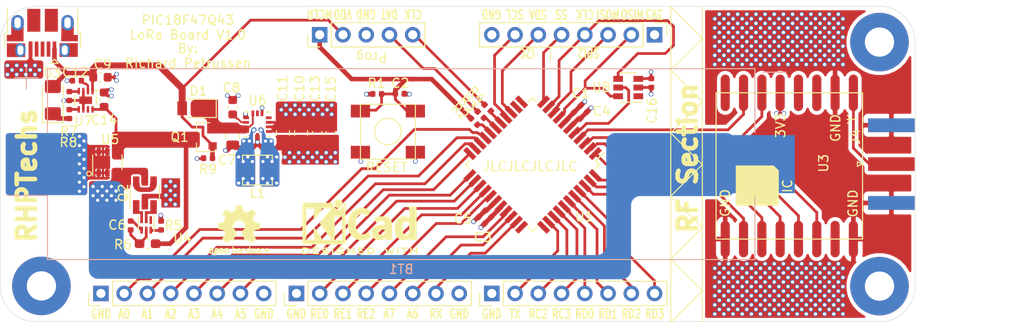
<source format=kicad_pcb>
(kicad_pcb (version 20171130) (host pcbnew "(5.1.4)-1")
  (layers (0 F.Cu signal) (1 In1.Cu power) (2 In2.Cu power) (31 B.Cu signal) (34 B.Paste user) (35 F.Paste user) (36 B.SilkS user) (37 F.SilkS user) (38 B.Mask user) (39 F.Mask user) (44 Edge.Cuts user))
  (net 0 "")
  (net 1 "Net-(BT1-Pad2)")
  (net 2 "Net-(BT1-Pad1)")
  (net 3 GND)
  (net 4 +3V3)
  (net 5 !MCLR)
  (net 6 "Net-(C6-Pad1)")
  (net 7 "Net-(C7-Pad1)")
  (net 8 "Net-(C8-Pad1)")
  (net 9 VDD)
  (net 10 "Net-(C12-Pad1)")
  (net 11 +BATT)
  (net 12 "Net-(D3-Pad1)")
  (net 13 ICSPCLK)
  (net 14 ICSPDAT)
  (net 15 ANA7)
  (net 16 ANA6)
  (net 17 ANA5)
  (net 18 ANA4)
  (net 19 ANA3)
  (net 20 ANA2)
  (net 21 ANA1)
  (net 22 ANA0)
  (net 23 I2C_SCL)
  (net 24 I2C_SDA)
  (net 25 SPI2_SS)
  (net 26 SPI2_CLK)
  (net 27 SPI2_MOSI)
  (net 28 SPI2_MISO)
  (net 29 "Net-(J4-Pad1)")
  (net 30 "Net-(L1-Pad2)")
  (net 31 "Net-(L1-Pad1)")
  (net 32 "Net-(R2-Pad2)")
  (net 33 "Net-(R3-Pad1)")
  (net 34 "Net-(R4-Pad1)")
  (net 35 "Net-(R5-Pad1)")
  (net 36 "Net-(R7-Pad2)")
  (net 37 "Net-(R8-Pad1)")
  (net 38 SPI1_CLK)
  (net 39 SPI1_MOSI)
  (net 40 SPI1_MISO)
  (net 41 RD2)
  (net 42 RD1)
  (net 43 RD0)
  (net 44 RC3)
  (net 45 RC2)
  (net 46 UART1_TX)
  (net 47 "Net-(U1-Pad34)")
  (net 48 "Net-(U1-Pad33)")
  (net 49 UART1_RX)
  (net 50 RE2)
  (net 51 RE1)
  (net 52 RE0)
  (net 53 "Net-(U1-Pad13)")
  (net 54 "Net-(U1-Pad12)")
  (net 55 LoRa_RESET)
  (net 56 LoRa_DIO0)
  (net 57 LoRa_DIO1)
  (net 58 SPI1_SS_LoRa)
  (net 59 "Net-(U3-Pad7)")
  (net 60 "Net-(U3-Pad12)")
  (net 61 "Net-(U3-Pad11)")
  (net 62 "Net-(U3-Pad16)")
  (net 63 "Net-(U4-Pad1)")
  (net 64 "Net-(U6-Pad14)")
  (net 65 "Net-(U6-Pad2)")
  (net 66 "Net-(U7-Pad7)")
  (net 67 "Net-(J5-Pad6)")
  (net 68 "Net-(J5-Pad4)")
  (net 69 "Net-(J5-Pad3)")
  (net 70 "Net-(J5-Pad2)")
  (net 71 "Net-(U8-Pad1)")
  (net 72 "Net-(H3-Pad1)")
  (net 73 "Net-(H4-Pad1)")
  (net 74 RD3)
  (net 75 TEMP_SS)
  (net 76 "Net-(Q2-Pad4)")
  (net 77 "Net-(Q2-Pad3)")
  (net 78 "Net-(Q2-Pad1)")
  (module Package_TO_SOT_SMD:SuperSOT-6 (layer F.Cu) (at 68.5 69.3 90)
    (fp_text reference Q2 (at 0 -2.35 90) (layer F.SilkS))
    (fp_text value FDC6305N)
    (pad 5 smd rect (at 1.3 0 90) (size 1 0.7) (layers F.Cu F.Paste F.Mask) (net 1 "Net-(BT1-Pad2)"))
    (pad 6 smd rect (at 1.3 -0.95 90) (size 1 0.7) (layers F.Cu F.Paste F.Mask) (net 76 "Net-(Q2-Pad4)"))
    (pad 4 smd rect (at 1.3 0.95 90) (size 1 0.7) (layers F.Cu F.Paste F.Mask) (net 76 "Net-(Q2-Pad4)"))
    (pad 3 smd rect (at -1.3 0.95 90) (size 1 0.7) (layers F.Cu F.Paste F.Mask) (net 77 "Net-(Q2-Pad3)"))
    (pad 2 smd rect (at -1.3 0 90) (size 1 0.7) (layers F.Cu F.Paste F.Mask) (net 3 GND))
    (pad 1 smd rect (at -1.3 -0.95 90) (size 1 0.7) (layers F.Cu F.Paste F.Mask) (net 78 "Net-(Q2-Pad1)"))
  )
  (module Battery:BatteryHolder_Keystone_1042_1x18650 (layer B.Cu) (at 96.5 66.15)
    (fp_text reference BT1 (at 0 11.5) (layer B.SilkS) (effects (justify mirror)))
    (fp_text value Battery_Cell)
    (pad "" np_thru_hole circle (at -35.93 8) (size 2.39 2.39) (drill 2.39) (layers *.Cu *.Mask))
    (pad "" np_thru_hole circle (at -27.6 -8) (size 3.45 3.45) (drill 3.45) (layers *.Cu *.Mask))
    (pad "" np_thru_hole circle (at 27.6 8) (size 3.45 3.45) (drill 3.45) (layers *.Cu *.Mask))
    (pad 2 smd rect (at 39.33 0) (size 7.34 6.35) (layers B.Cu B.Paste B.Mask) (net 1 "Net-(BT1-Pad2)"))
    (pad 1 smd rect (at -39.33 0) (size 7.34 6.35) (layers B.Cu B.Paste B.Mask) (net 2 "Net-(BT1-Pad1)"))
  )
  (module Symbol:KiCad-Logo2_5mm_SilkScreen (layer F.Cu) (at 91.99 73)
    (fp_text reference REF** hide)
    (fp_text value KiCad-Logo2_5mm_SilkScreen hide)
  )
  (module Symbol:OSHW-Logo2_7.3x6mm_SilkScreen (layer F.Cu) (at 78.8 73.4)
    (fp_text reference REF** hide)
    (fp_text value OSHW-Logo2_7.3x6mm_SilkScreen hide)
  )
  (module Connector_PinHeader_2.54mm:PinHeader_1x08_P2.54mm_Vertical (layer F.Cu) (at 124.18 52 270)
    (fp_text reference J3)
    (fp_text value COM)
    (pad 8 thru_hole oval (at 0 17.78 270) (size 1.7 1.7) (drill 1) (layers *.Cu *.Mask) (net 3 GND))
    (pad 7 thru_hole oval (at 0 15.24 270) (size 1.7 1.7) (drill 1) (layers *.Cu *.Mask) (net 23 I2C_SCL))
    (pad 6 thru_hole oval (at 0 12.7 270) (size 1.7 1.7) (drill 1) (layers *.Cu *.Mask) (net 24 I2C_SDA))
    (pad 5 thru_hole oval (at 0 10.16 270) (size 1.7 1.7) (drill 1) (layers *.Cu *.Mask) (net 25 SPI2_SS))
    (pad 4 thru_hole oval (at 0 7.62 270) (size 1.7 1.7) (drill 1) (layers *.Cu *.Mask) (net 26 SPI2_CLK))
    (pad 3 thru_hole oval (at 0 5.08 270) (size 1.7 1.7) (drill 1) (layers *.Cu *.Mask) (net 27 SPI2_MOSI))
    (pad 2 thru_hole oval (at 0 2.54 270) (size 1.7 1.7) (drill 1) (layers *.Cu *.Mask) (net 28 SPI2_MISO))
    (pad 1 thru_hole rect (at 0 0 270) (size 1.7 1.7) (drill 1) (layers *.Cu *.Mask) (net 4 +3V3))
  )
  (module Connector_PinHeader_2.54mm:PinHeader_1x08_P2.54mm_Vertical (layer F.Cu) (at 106.4 80.3 90)
    (fp_text reference J7)
    (fp_text value MISC)
    (pad 8 thru_hole oval (at 0 17.78 90) (size 1.7 1.7) (drill 1) (layers *.Cu *.Mask) (net 74 RD3))
    (pad 7 thru_hole oval (at 0 15.24 90) (size 1.7 1.7) (drill 1) (layers *.Cu *.Mask) (net 41 RD2))
    (pad 6 thru_hole oval (at 0 12.7 90) (size 1.7 1.7) (drill 1) (layers *.Cu *.Mask) (net 42 RD1))
    (pad 5 thru_hole oval (at 0 10.16 90) (size 1.7 1.7) (drill 1) (layers *.Cu *.Mask) (net 43 RD0))
    (pad 4 thru_hole oval (at 0 7.62 90) (size 1.7 1.7) (drill 1) (layers *.Cu *.Mask) (net 44 RC3))
    (pad 3 thru_hole oval (at 0 5.08 90) (size 1.7 1.7) (drill 1) (layers *.Cu *.Mask) (net 45 RC2))
    (pad 2 thru_hole oval (at 0 2.54 90) (size 1.7 1.7) (drill 1) (layers *.Cu *.Mask) (net 46 UART1_TX))
    (pad 1 thru_hole rect (at 0 0 90) (size 1.7 1.7) (drill 1) (layers *.Cu *.Mask) (net 3 GND))
  )
  (module Connector_PinHeader_2.54mm:PinHeader_1x08_P2.54mm_Vertical (layer F.Cu) (at 85.06 80.3 90)
    (fp_text reference J6)
    (fp_text value MISC)
    (pad 8 thru_hole oval (at 0 17.78 90) (size 1.7 1.7) (drill 1) (layers *.Cu *.Mask) (net 3 GND))
    (pad 7 thru_hole oval (at 0 15.24 90) (size 1.7 1.7) (drill 1) (layers *.Cu *.Mask) (net 49 UART1_RX))
    (pad 6 thru_hole oval (at 0 12.7 90) (size 1.7 1.7) (drill 1) (layers *.Cu *.Mask) (net 16 ANA6))
    (pad 5 thru_hole oval (at 0 10.16 90) (size 1.7 1.7) (drill 1) (layers *.Cu *.Mask) (net 15 ANA7))
    (pad 4 thru_hole oval (at 0 7.62 90) (size 1.7 1.7) (drill 1) (layers *.Cu *.Mask) (net 50 RE2))
    (pad 3 thru_hole oval (at 0 5.08 90) (size 1.7 1.7) (drill 1) (layers *.Cu *.Mask) (net 51 RE1))
    (pad 2 thru_hole oval (at 0 2.54 90) (size 1.7 1.7) (drill 1) (layers *.Cu *.Mask) (net 52 RE0))
    (pad 1 thru_hole rect (at 0 0 90) (size 1.7 1.7) (drill 1) (layers *.Cu *.Mask) (net 3 GND))
  )
  (module MountingHole:MountingHole_3.2mm_M3_Pad (layer F.Cu) (at 148.75 52.8)
    (fp_text reference H4)
    (fp_text value MountingHole_Pad)
    (pad 1 thru_hole circle (at 0 0) (size 6.4 6.4) (drill 3.2) (layers *.Cu *.Mask) (net 73 "Net-(H4-Pad1)"))
  )
  (module MountingHole:MountingHole_3.2mm_M3_Pad (layer F.Cu) (at 148.75 79.5)
    (fp_text reference H3)
    (fp_text value MountingHole_Pad)
    (pad 1 thru_hole circle (at 0 0) (size 6.4 6.4) (drill 3.2) (layers *.Cu *.Mask) (net 72 "Net-(H3-Pad1)"))
  )
  (module MountingHole:MountingHole_3.2mm_M3_Pad (layer F.Cu) (at 57.2 79.475)
    (fp_text reference H2)
    (fp_text value MountingHole_Pad)
    (pad 1 thru_hole circle (at 0 0) (size 6.4 6.4) (drill 3.2) (layers *.Cu *.Mask) (net 3 GND))
  )
  (module Package_TO_SOT_SMD:SOT-23-6 (layer F.Cu) (at 121.3 57.77 180)
    (fp_text reference U8 (at 2.95 0.02) (layer F.SilkS))
    (fp_text value TMP121)
    (pad 5 smd rect (at 1.1 0 180) (size 1.06 0.65) (layers F.Cu F.Paste F.Mask) (net 75 TEMP_SS))
    (pad 6 smd rect (at 1.1 -0.95 180) (size 1.06 0.65) (layers F.Cu F.Paste F.Mask) (net 28 SPI2_MISO))
    (pad 4 smd rect (at 1.1 0.95 180) (size 1.06 0.65) (layers F.Cu F.Paste F.Mask) (net 26 SPI2_CLK))
    (pad 3 smd rect (at -1.1 0.95 180) (size 1.06 0.65) (layers F.Cu F.Paste F.Mask) (net 4 +3V3))
    (pad 2 smd rect (at -1.1 0 180) (size 1.06 0.65) (layers F.Cu F.Paste F.Mask) (net 3 GND))
    (pad 1 smd rect (at -1.1 -0.95 180) (size 1.06 0.65) (layers F.Cu F.Paste F.Mask) (net 71 "Net-(U8-Pad1)"))
  )
  (module Capacitor_SMD:C_0402_1005Metric (layer F.Cu) (at 123.825 57.275 90)
    (fp_text reference C16 (at -3.025 0.075 270) (layer F.SilkS))
    (fp_text value 100nF)
    (pad 2 smd roundrect (at 0.485 0 90) (size 0.59 0.64) (layers F.Cu F.Paste F.Mask) (net 4 +3V3))
    (pad 1 smd roundrect (at -0.485 0 90) (size 0.59 0.64) (layers F.Cu F.Paste F.Mask) (net 3 GND))
  )
  (module Package_TO_SOT_SMD:SOT-23 (layer F.Cu) (at 74.9 63.2 180)
    (fp_text reference Q1 (at 2.6 0) (layer F.SilkS))
    (fp_text value DMB2045UQ)
    (pad 3 smd rect (at 1 0 180) (size 0.9 0.8) (layers F.Cu F.Paste F.Mask) (net 11 +BATT))
    (pad 2 smd rect (at -1 0.95 180) (size 0.9 0.8) (layers F.Cu F.Paste F.Mask) (net 7 "Net-(C7-Pad1)"))
    (pad 1 smd rect (at -1 -0.95 180) (size 0.9 0.8) (layers F.Cu F.Paste F.Mask) (net 9 VDD))
  )
  (module Resistor_SMD:R_0402_1005Metric (layer F.Cu) (at 75.4 65.5)
    (fp_text reference R9 (at 0 1.2) (layer F.SilkS))
    (fp_text value 10k)
    (pad 2 smd roundrect (at 0.485 0) (size 0.59 0.64) (layers F.Cu F.Paste F.Mask) (net 9 VDD))
    (pad 1 smd roundrect (at -0.485 0) (size 0.59 0.64) (layers F.Cu F.Paste F.Mask) (net 3 GND))
  )
  (module Diode_SMD:D_PowerDI-123 (layer F.Cu) (at 74.1 60.05 180)
    (fp_text reference D1 (at -0.25 1.9) (layer F.SilkS))
    (fp_text value DFLS120L-7)
    (pad 2 smd rect (at 1.525 0) (size 1.05 1.5) (layers F.Cu F.Paste F.Mask) (net 9 VDD))
    (pad 1 smd rect (at -0.85 0) (size 2.4 1.5) (layers F.Cu F.Paste F.Mask) (net 7 "Net-(C7-Pad1)"))
  )
  (module RichLib:Push_Button_4_Term (layer F.Cu) (at 95.05 62.6 180)
    (fp_text reference SW1)
    (fp_text value RESET (at 0.15 -3.9) (layer F.SilkS))
    (pad 4 smd rect (at 3 2.25 180) (size 2.1 1.4) (layers F.Cu F.Paste F.Mask) (net 5 !MCLR))
    (pad 3 smd rect (at -3 2.25 180) (size 2.1 1.4) (layers F.Cu F.Paste F.Mask) (net 5 !MCLR))
    (pad 2 smd rect (at 3 -2.25 180) (size 2.1 1.4) (layers F.Cu F.Paste F.Mask) (net 3 GND))
    (pad 1 smd rect (at -3 -2.25 180) (size 2.1 1.4) (layers F.Cu F.Paste F.Mask) (net 3 GND))
  )
  (module Connector_Coaxial:SMA_Amphenol_132289_EdgeMount (layer F.Cu) (at 150.05 66.15)
    (fp_text reference J4 (at -3.96 -3 90) (layer F.SilkS))
    (fp_text value SMA)
    (pad 1 smd rect (at 0 0 90) (size 1.5 5.08) (layers F.Cu F.Paste F.Mask) (net 29 "Net-(J4-Pad1)"))
    (pad 2 smd rect (at 0 -4.25 90) (size 1.5 5.08) (layers F.Cu F.Paste F.Mask) (net 3 GND))
    (pad 2 smd rect (at 0 4.25 90) (size 1.5 5.08) (layers F.Cu F.Paste F.Mask) (net 3 GND))
    (pad 2 smd rect (at 0 -4.25 90) (size 1.5 5.08) (layers B.Cu B.Paste B.Mask) (net 3 GND))
    (pad 2 smd rect (at 0 4.25 90) (size 1.5 5.08) (layers B.Cu B.Paste B.Mask) (net 3 GND))
  )
  (module Inductor_SMD:L_Vishay_IHLP-1212 (layer F.Cu) (at 80.8 66.8 180)
    (fp_text reference L1 (at 0 -2.524) (layer F.SilkS))
    (fp_text value 1uH)
    (pad 2 smd rect (at 1.35 0 180) (size 1.5 1.2) (layers F.Cu F.Paste F.Mask) (net 30 "Net-(L1-Pad2)"))
    (pad 1 smd rect (at -1.35 0 180) (size 1.5 1.2) (layers F.Cu F.Paste F.Mask) (net 31 "Net-(L1-Pad1)"))
  )
  (module Package_SO:TSOP-6_1.65x3.05mm_P0.95mm (layer F.Cu) (at 64.4 65.95 90)
    (fp_text reference U5 (at 2.5 0.3) (layer F.SilkS))
    (fp_text value Si3493BDV)
    (pad 6 smd rect (at 1.16 -0.95 90) (size 0.7 0.51) (layers F.Cu F.Paste F.Mask) (net 2 "Net-(BT1-Pad1)"))
    (pad 5 smd rect (at 1.16 0 90) (size 0.7 0.51) (layers F.Cu F.Paste F.Mask) (net 2 "Net-(BT1-Pad1)"))
    (pad 4 smd rect (at 1.16 0.95 90) (size 0.7 0.51) (layers F.Cu F.Paste F.Mask) (net 11 +BATT))
    (pad 3 smd rect (at -1.16 0.95 90) (size 0.7 0.51) (layers F.Cu F.Paste F.Mask) (net 1 "Net-(BT1-Pad2)"))
    (pad 2 smd rect (at -1.16 0 90) (size 0.7 0.51) (layers F.Cu F.Paste F.Mask) (net 2 "Net-(BT1-Pad1)"))
    (pad 1 smd rect (at -1.16 -0.95 90) (size 0.7 0.51) (layers F.Cu F.Paste F.Mask) (net 2 "Net-(BT1-Pad1)"))
  )
  (module Resistor_SMD:R_0402_1005Metric (layer F.Cu) (at 104.475 61.5 315)
    (fp_text reference R2 (at -1.9 0.3 135) (layer F.SilkS))
    (fp_text value 470R)
    (pad 2 smd roundrect (at 0.485 0 315) (size 0.59 0.64) (layers F.Cu F.Paste F.Mask) (net 32 "Net-(R2-Pad2)"))
    (pad 1 smd roundrect (at -0.485 0 315) (size 0.59 0.64) (layers F.Cu F.Paste F.Mask) (net 5 !MCLR))
  )
  (module Resistor_SMD:R_0402_1005Metric (layer F.Cu) (at 105.2 60.75 135)
    (fp_text reference R3 (at 1.875 -0.1 135) (layer F.SilkS))
    (fp_text value 49R9)
    (pad 2 smd roundrect (at 0.485 0 135) (size 0.59 0.64) (layers F.Cu F.Paste F.Mask) (net 14 ICSPDAT))
    (pad 1 smd roundrect (at -0.485 0 135) (size 0.59 0.64) (layers F.Cu F.Paste F.Mask) (net 33 "Net-(R3-Pad1)"))
  )
  (module Resistor_SMD:R_0402_1005Metric (layer F.Cu) (at 105.95 60 135)
    (fp_text reference R4 (at 1.885 0.125 135) (layer F.SilkS))
    (fp_text value 49R9)
    (pad 2 smd roundrect (at 0.485 0 135) (size 0.59 0.64) (layers F.Cu F.Paste F.Mask) (net 13 ICSPCLK))
    (pad 1 smd roundrect (at -0.485 0 135) (size 0.59 0.64) (layers F.Cu F.Paste F.Mask) (net 34 "Net-(R4-Pad1)"))
  )
  (module Capacitor_SMD:C_0603_1608Metric (layer F.Cu) (at 64.05 59.1 90)
    (fp_text reference C14 (at -2.225 0 180) (layer F.SilkS))
    (fp_text value 1uF)
    (pad 2 smd roundrect (at 0.7875 0 90) (size 0.875 0.95) (layers F.Cu F.Paste F.Mask) (net 3 GND))
    (pad 1 smd roundrect (at -0.7875 0 90) (size 0.875 0.95) (layers F.Cu F.Paste F.Mask) (net 11 +BATT))
  )
  (module Capacitor_SMD:C_0402_1005Metric (layer F.Cu) (at 61.075 57.025 180)
    (fp_text reference C12 (at 0.175 0.925) (layer F.SilkS))
    (fp_text value 470nF)
    (pad 2 smd roundrect (at 0.485 0 180) (size 0.59 0.64) (layers F.Cu F.Paste F.Mask) (net 3 GND))
    (pad 1 smd roundrect (at -0.485 0 180) (size 0.59 0.64) (layers F.Cu F.Paste F.Mask) (net 10 "Net-(C12-Pad1)"))
  )
  (module Capacitor_SMD:C_0805_2012Metric (layer F.Cu) (at 83.585 62.74 270)
    (fp_text reference C11 (at -4.86 0.04 90) (layer F.SilkS))
    (fp_text value 10uF)
    (pad 1 smd roundrect (at -0.9375 0 270) (size 0.975 1.4) (layers F.Cu F.Paste F.Mask) (net 4 +3V3))
    (pad 2 smd roundrect (at 0.9375 0 270) (size 0.975 1.4) (layers F.Cu F.Paste F.Mask) (net 3 GND))
  )
  (module Capacitor_SMD:C_0805_2012Metric (layer F.Cu) (at 85.57 62.7425 270)
    (fp_text reference C10 (at -4.8625 0.17 90) (layer F.SilkS))
    (fp_text value 10uF)
    (pad 1 smd roundrect (at -0.9375 0 270) (size 0.975 1.4) (layers F.Cu F.Paste F.Mask) (net 4 +3V3))
    (pad 2 smd roundrect (at 0.9375 0 270) (size 0.975 1.4) (layers F.Cu F.Paste F.Mask) (net 3 GND))
  )
  (module Capacitor_SMD:C_0603_1608Metric (layer F.Cu) (at 63.65 56.65)
    (fp_text reference C9 (at 0.25 -1.4) (layer F.SilkS))
    (fp_text value 1uF)
    (pad 2 smd roundrect (at 0.7875 0) (size 0.875 0.95) (layers F.Cu F.Paste F.Mask) (net 3 GND))
    (pad 1 smd roundrect (at -0.7875 0) (size 0.875 0.95) (layers F.Cu F.Paste F.Mask) (net 9 VDD))
  )
  (module Capacitor_SMD:C_0805_2012Metric (layer F.Cu) (at 78.095 63.1175 270)
    (fp_text reference C7 (at 2.5825 0.595 180) (layer F.SilkS))
    (fp_text value 10uF)
    (pad 1 smd roundrect (at -0.9375 0 270) (size 0.975 1.4) (layers F.Cu F.Paste F.Mask) (net 7 "Net-(C7-Pad1)"))
    (pad 2 smd roundrect (at 0.9375 0 270) (size 0.975 1.4) (layers F.Cu F.Paste F.Mask) (net 3 GND))
  )
  (module Capacitor_SMD:C_0402_1005Metric (layer F.Cu) (at 66.95 72.863 90)
    (fp_text reference C6 (at 0.05 -1.47) (layer F.SilkS))
    (fp_text value 100nF)
    (pad 1 smd roundrect (at -0.485 0 90) (size 0.59 0.64) (layers F.Cu F.Paste F.Mask) (net 6 "Net-(C6-Pad1)"))
    (pad 2 smd roundrect (at 0.485 0 90) (size 0.59 0.64) (layers F.Cu F.Paste F.Mask) (net 1 "Net-(BT1-Pad2)"))
  )
  (module Capacitor_SMD:C_0402_1005Metric (layer F.Cu) (at 105.3 72.29 315)
    (fp_text reference C5 (at -1.583919 1.350574) (layer F.SilkS))
    (fp_text value 10nF)
    (pad 2 smd roundrect (at 0.485 0 315) (size 0.59 0.64) (layers F.Cu F.Paste F.Mask) (net 3 GND))
    (pad 1 smd roundrect (at -0.485 0 315) (size 0.59 0.64) (layers F.Cu F.Paste F.Mask) (net 4 +3V3))
  )
  (module Capacitor_SMD:C_0402_1005Metric (layer F.Cu) (at 115.725 60.825 315)
    (fp_text reference C4 (at 1.573313 -2.209709) (layer F.SilkS))
    (fp_text value 10nF)
    (pad 2 smd roundrect (at 0.485 0 315) (size 0.59 0.64) (layers F.Cu F.Paste F.Mask) (net 3 GND))
    (pad 1 smd roundrect (at -0.485 0 315) (size 0.59 0.64) (layers F.Cu F.Paste F.Mask) (net 4 +3V3))
  )
  (module Capacitor_SMD:C_0402_1005Metric (layer F.Cu) (at 106.007053 71.582053 315)
    (fp_text reference C3 (at 1.404239 2.227386) (layer F.SilkS))
    (fp_text value 100nF)
    (pad 2 smd roundrect (at 0.485 0 315) (size 0.59 0.64) (layers F.Cu F.Paste F.Mask) (net 3 GND))
    (pad 1 smd roundrect (at -0.485 0 315) (size 0.59 0.64) (layers F.Cu F.Paste F.Mask) (net 4 +3V3))
  )
  (module Capacitor_SMD:C_0402_1005Metric (layer F.Cu) (at 96.35 58.45)
    (fp_text reference C2 (at 0.05 -1.15) (layer F.SilkS))
    (fp_text value 100nF)
    (pad 2 smd roundrect (at 0.485 0) (size 0.59 0.64) (layers F.Cu F.Paste F.Mask) (net 3 GND))
    (pad 1 smd roundrect (at -0.485 0) (size 0.59 0.64) (layers F.Cu F.Paste F.Mask) (net 5 !MCLR))
  )
  (module Capacitor_SMD:C_0402_1005Metric (layer F.Cu) (at 116.449 60.09 315)
    (fp_text reference C1 (at -1.424113 -0.965908) (layer F.SilkS))
    (fp_text value 100nF)
    (pad 2 smd roundrect (at 0.485 0 315) (size 0.59 0.64) (layers F.Cu F.Paste F.Mask) (net 3 GND))
    (pad 1 smd roundrect (at -0.485 0 315) (size 0.59 0.64) (layers F.Cu F.Paste F.Mask) (net 4 +3V3))
  )
  (module Capacitor_SMD:C_0603_1608Metric (layer F.Cu) (at 87.32 62.7425 270)
    (fp_text reference C13 (at -4.8425 0.22 90) (layer F.SilkS))
    (fp_text value 1uF)
    (pad 1 smd roundrect (at -0.7875 0 270) (size 0.875 0.95) (layers F.Cu F.Paste F.Mask) (net 4 +3V3))
    (pad 2 smd roundrect (at 0.7875 0 270) (size 0.875 0.95) (layers F.Cu F.Paste F.Mask) (net 3 GND))
  )
  (module Capacitor_SMD:C_0603_1608Metric (layer F.Cu) (at 88.82 62.73 270)
    (fp_text reference C15 (at -4.7875 0 90) (layer F.SilkS))
    (fp_text value 1uF)
    (pad 1 smd roundrect (at -0.7875 0 270) (size 0.875 0.95) (layers F.Cu F.Paste F.Mask) (net 4 +3V3))
    (pad 2 smd roundrect (at 0.7875 0 270) (size 0.875 0.95) (layers F.Cu F.Paste F.Mask) (net 3 GND))
  )
  (module Capacitor_SMD:C_0603_1608Metric (layer F.Cu) (at 78.095 59.93 90)
    (fp_text reference C8 (at 2.125 -0.125 180) (layer F.SilkS))
    (fp_text value 1uF)
    (pad 1 smd roundrect (at -0.7875 0 90) (size 0.875 0.95) (layers F.Cu F.Paste F.Mask) (net 8 "Net-(C8-Pad1)"))
    (pad 2 smd roundrect (at 0.7875 0 90) (size 0.875 0.95) (layers F.Cu F.Paste F.Mask) (net 3 GND))
  )
  (module LED_SMD:LED_1206_3216Metric_Pad1.42x1.75mm_HandSolder (layer F.Cu) (at 58.45 59.15 90)
    (fp_text reference D3 (at 2.95 -0.075 180) (layer F.SilkS))
    (fp_text value RED)
    (pad 1 smd roundrect (at -1.4875 0 90) (size 1.425 1.75) (layers F.Cu F.Paste F.Mask) (roundrect_rratio 0.175439) (net 12 "Net-(D3-Pad1)"))
    (pad 2 smd roundrect (at 1.4875 0 90) (size 1.425 1.75) (layers F.Cu F.Paste F.Mask) (roundrect_rratio 0.175439) (net 9 VDD))
  )
  (module RichLib:max8808xeta&plus_ (layer F.Cu) (at 62.03 59.165 270)
    (fp_text reference U7 (at 2.26 0.255 180) (layer F.SilkS))
    (fp_text value max8808xeta+)
    (pad 9 smd rect (at 0 0 270) (size 0.8128 1.397) (layers F.Cu F.Paste F.Mask) (net 3 GND))
    (pad 8 smd rect (at 1.0009 -0.750001 270) (size 0.706399 0.2548) (layers F.Cu F.Paste F.Mask) (net 11 +BATT))
    (pad 7 smd rect (at 1.0009 -0.25 270) (size 0.706399 0.2548) (layers F.Cu F.Paste F.Mask) (net 66 "Net-(U7-Pad7)"))
    (pad 6 smd rect (at 1.0009 0.25 270) (size 0.706399 0.2548) (layers F.Cu F.Paste F.Mask) (net 3 GND))
    (pad 5 smd rect (at 1.0009 0.750001 270) (size 0.706399 0.2548) (layers F.Cu F.Paste F.Mask) (net 37 "Net-(R8-Pad1)"))
    (pad 4 smd rect (at -1.0009 0.750001 270) (size 0.706399 0.2548) (layers F.Cu F.Paste F.Mask) (net 36 "Net-(R7-Pad2)"))
    (pad 3 smd rect (at -1.0009 0.25 270) (size 0.706399 0.2548) (layers F.Cu F.Paste F.Mask) (net 3 GND))
    (pad 2 smd rect (at -1.0009 -0.25 270) (size 0.706399 0.2548) (layers F.Cu F.Paste F.Mask) (net 10 "Net-(C12-Pad1)"))
    (pad 1 smd rect (at -1.0009 -0.750001 270) (size 0.706399 0.2548) (layers F.Cu F.Paste F.Mask) (net 9 VDD))
  )
  (module RichLib:MAX77827AEFD&plus_T (layer F.Cu) (at 80.795 61.83 270)
    (fp_text reference U6 (at -2.625 0) (layer F.SilkS))
    (fp_text value MAX77827AEFD+T)
    (pad 1 smd rect (at -1.237501 -0.500126 270) (size 0.625 0.3) (layers F.Cu F.Paste F.Mask) (net 3 GND))
    (pad 2 smd rect (at -1.237501 0 270) (size 0.625 0.3) (layers F.Cu F.Paste F.Mask) (net 65 "Net-(U6-Pad2)"))
    (pad 3 smd rect (at -1.237501 0.500126 270) (size 0.625 0.3) (layers F.Cu F.Paste F.Mask) (net 7 "Net-(C7-Pad1)"))
    (pad 4 smd rect (at -0.750189 1.237501) (size 0.625 0.3) (layers F.Cu F.Paste F.Mask) (net 3 GND))
    (pad 5 smd rect (at -0.250063 1.237501) (size 0.625 0.3) (layers F.Cu F.Paste F.Mask) (net 8 "Net-(C8-Pad1)"))
    (pad 6 smd rect (at 0.250063 1.237501) (size 0.625 0.3) (layers F.Cu F.Paste F.Mask) (net 7 "Net-(C7-Pad1)"))
    (pad 7 smd rect (at 0.750189 1.237501) (size 0.625 0.3) (layers F.Cu F.Paste F.Mask) (net 7 "Net-(C7-Pad1)"))
    (pad 8 smd rect (at 1.237501 0.650126 270) (size 0.625 0.3) (layers F.Cu F.Paste F.Mask) (net 30 "Net-(L1-Pad2)"))
    (pad 9 smd rect (at 1.237501 0 270) (size 0.625 0.35) (layers F.Cu F.Paste F.Mask) (net 3 GND))
    (pad 10 smd rect (at 1.237501 -0.650126 270) (size 0.625 0.3) (layers F.Cu F.Paste F.Mask) (net 31 "Net-(L1-Pad1)"))
    (pad 11 smd rect (at 0.750189 -1.237501) (size 0.625 0.3) (layers F.Cu F.Paste F.Mask) (net 4 +3V3))
    (pad 12 smd rect (at 0.250063 -1.237501) (size 0.625 0.3) (layers F.Cu F.Paste F.Mask) (net 4 +3V3))
    (pad 13 smd rect (at -0.250063 -1.237501) (size 0.625 0.3) (layers F.Cu F.Paste F.Mask) (net 4 +3V3))
    (pad 14 smd rect (at -0.750189 -1.237501) (size 0.625 0.3) (layers F.Cu F.Paste F.Mask) (net 64 "Net-(U6-Pad14)"))
  )
  (module Connector_USB:USB_Micro-B_Amphenol_10103594-0001LF_Horizontal (layer F.Cu) (at 57.3 51.8 180)
    (fp_text reference J5)
    (fp_text value USB_B_Micro)
    (pad 6 smd rect (at 0.935 1.385 270) (size 2.5 1.43) (layers F.Cu F.Paste F.Mask) (net 67 "Net-(J5-Pad6)"))
    (pad 6 smd rect (at -0.985 1.385 270) (size 2.5 1.43) (layers F.Cu F.Paste F.Mask) (net 67 "Net-(J5-Pad6)"))
    (pad 6 thru_hole oval (at 2.705 1.115 270) (size 1.7 1.35) (drill oval 1.2 0.7) (layers *.Cu *.Mask) (net 67 "Net-(J5-Pad6)"))
    (pad 6 thru_hole oval (at -2.755 1.115 270) (size 1.7 1.35) (drill oval 1.2 0.7) (layers *.Cu *.Mask) (net 67 "Net-(J5-Pad6)"))
    (pad 6 thru_hole oval (at 2.395 -1.885 270) (size 1.5 1.1) (drill oval 1.05 0.65) (layers *.Cu *.Mask) (net 67 "Net-(J5-Pad6)"))
    (pad 6 thru_hole oval (at -2.445 -1.885 270) (size 1.5 1.1) (drill oval 1.05 0.65) (layers *.Cu *.Mask) (net 67 "Net-(J5-Pad6)"))
    (pad 5 smd rect (at 1.275 -1.765 270) (size 1.65 0.4) (layers F.Cu F.Paste F.Mask) (net 3 GND))
    (pad 4 smd rect (at 0.625 -1.765 270) (size 1.65 0.4) (layers F.Cu F.Paste F.Mask) (net 68 "Net-(J5-Pad4)"))
    (pad 3 smd rect (at -0.025 -1.765 270) (size 1.65 0.4) (layers F.Cu F.Paste F.Mask) (net 69 "Net-(J5-Pad3)"))
    (pad 2 smd rect (at -0.675 -1.765 270) (size 1.65 0.4) (layers F.Cu F.Paste F.Mask) (net 70 "Net-(J5-Pad2)"))
    (pad 1 smd rect (at -1.325 -1.765 270) (size 1.65 0.4) (layers F.Cu F.Paste F.Mask) (net 9 VDD))
    (pad 6 smd rect (at 2.875 -1.885 180) (size 2 1.5) (layers F.Cu F.Paste F.Mask) (net 67 "Net-(J5-Pad6)"))
    (pad 6 smd rect (at -2.875 -1.865 180) (size 2 1.5) (layers F.Cu F.Paste F.Mask) (net 67 "Net-(J5-Pad6)"))
    (pad 6 smd rect (at 2.975 -0.565 180) (size 1.825 0.7) (layers F.Cu F.Paste F.Mask) (net 67 "Net-(J5-Pad6)"))
    (pad 6 smd rect (at -2.975 -0.565 180) (size 1.825 0.7) (layers F.Cu F.Paste F.Mask) (net 67 "Net-(J5-Pad6)"))
    (pad 6 smd rect (at -2.755 0.185 180) (size 1.35 2) (layers F.Cu F.Paste F.Mask) (net 67 "Net-(J5-Pad6)"))
    (pad 6 smd rect (at 2.725 0.185 180) (size 1.35 2) (layers F.Cu F.Paste F.Mask) (net 67 "Net-(J5-Pad6)"))
  )
  (module Package_SON:WSON-6_1.5x1.5mm_P0.5mm (layer F.Cu) (at 68.65 72.798 270)
    (fp_text reference U4 (at 1.48 -3.96 180) (layer F.SilkS))
    (fp_text value BQ29700)
    (pad 1 smd rect (at -0.525 -0.5 180) (size 0.28 0.85) (layers F.Cu F.Paste F.Mask) (net 63 "Net-(U4-Pad1)"))
    (pad 2 smd rect (at -0.575 0 180) (size 0.28 0.75) (layers F.Cu F.Paste F.Mask) (net 77 "Net-(Q2-Pad3)"))
    (pad 3 smd rect (at -0.575 0.5 180) (size 0.28 0.75) (layers F.Cu F.Paste F.Mask) (net 78 "Net-(Q2-Pad1)"))
    (pad 4 smd rect (at 0.575 0.5 180) (size 0.28 0.75) (layers F.Cu F.Paste F.Mask) (net 1 "Net-(BT1-Pad2)"))
    (pad 5 smd rect (at 0.575 0 180) (size 0.28 0.75) (layers F.Cu F.Paste F.Mask) (net 6 "Net-(C6-Pad1)"))
    (pad 6 smd rect (at 0.575 -0.5 180) (size 0.28 0.75) (layers F.Cu F.Paste F.Mask) (net 35 "Net-(R5-Pad1)"))
  )
  (module RichLib:RF96 (layer F.Cu) (at 138.05 66.1 90)
    (fp_text reference U3 (at 0.05 4.6 90) (layer F.SilkS))
    (fp_text value RF96)
    (fp_text user GND (at -4.35 7.8 90) (layer F.SilkS))
    (fp_text user GND (at -4.3 -6.15 90) (layer F.SilkS))
    (fp_text user GND (at 3.9 5.9 90) (layer F.SilkS))
    (fp_text user 3V3 (at 4.2 -0.1 90) (layer F.SilkS))
    (fp_text user IC (at -2.45 0.65 90) (layer F.SilkS))
    (pad 1 smd oval (at -8.25 -6.15 90) (size 4 1) (layers F.Cu F.Paste F.Mask) (net 3 GND))
    (pad 2 smd oval (at -8.25 -4.15 90) (size 4 1) (layers F.Cu F.Paste F.Mask) (net 40 SPI1_MISO))
    (pad 7 smd oval (at -8.25 5.85 90) (size 4 1) (layers F.Cu F.Paste F.Mask) (net 59 "Net-(U3-Pad7)"))
    (pad 6 smd oval (at -8.25 3.85 90) (size 4 1) (layers F.Cu F.Paste F.Mask) (net 55 LoRa_RESET))
    (pad 4 smd oval (at -8.25 -0.15 90) (size 4 1) (layers F.Cu F.Paste F.Mask) (net 38 SPI1_CLK))
    (pad 5 smd oval (at -8.25 1.85 90) (size 4 1) (layers F.Cu F.Paste F.Mask) (net 58 SPI1_SS_LoRa))
    (pad 8 smd oval (at -8.25 7.85 90) (size 4 1) (layers F.Cu F.Paste F.Mask) (net 3 GND))
    (pad 3 smd oval (at -8.25 -2.15 90) (size 4 1) (layers F.Cu F.Paste F.Mask) (net 39 SPI1_MOSI))
    (pad 12 smd oval (at 7.75 1.85 90) (size 4 1) (layers F.Cu F.Paste F.Mask) (net 60 "Net-(U3-Pad12)"))
    (pad 11 smd oval (at 7.75 3.85 90) (size 4 1) (layers F.Cu F.Paste F.Mask) (net 61 "Net-(U3-Pad11)"))
    (pad 9 smd oval (at 7.75 7.85 90) (size 4 1) (layers F.Cu F.Paste F.Mask) (net 29 "Net-(J4-Pad1)"))
    (pad 10 smd oval (at 7.75 5.85 90) (size 4 1) (layers F.Cu F.Paste F.Mask) (net 3 GND))
    (pad 14 smd oval (at 7.75 -2.15 90) (size 4 1) (layers F.Cu F.Paste F.Mask) (net 56 LoRa_DIO0))
    (pad 13 smd oval (at 7.75 -0.15 90) (size 4 1) (layers F.Cu F.Paste F.Mask) (net 4 +3V3))
    (pad 15 smd oval (at 7.75 -4.15 90) (size 4 1) (layers F.Cu F.Paste F.Mask) (net 57 LoRa_DIO1))
    (pad 16 smd oval (at 7.75 -6.15 90) (size 4 1) (layers F.Cu F.Paste F.Mask) (net 62 "Net-(U3-Pad16)"))
  )
  (module Package_QFP:TQFP-44_10x10mm_P0.8mm (layer F.Cu) (at 110.85 66.2 225)
    (fp_text reference U1 (at 0.035355 -8.025662 180) (layer F.SilkS))
    (fp_text value PIC18L47Q43)
    (pad 44 smd rect (at -4 -5.7 315) (size 1.5 0.55) (layers F.Cu F.Paste F.Mask) (net 38 SPI1_CLK))
    (pad 43 smd rect (at -3.2 -5.7 315) (size 1.5 0.55) (layers F.Cu F.Paste F.Mask) (net 39 SPI1_MOSI))
    (pad 42 smd rect (at -2.4 -5.7 315) (size 1.5 0.55) (layers F.Cu F.Paste F.Mask) (net 40 SPI1_MISO))
    (pad 41 smd rect (at -1.6 -5.7 315) (size 1.5 0.55) (layers F.Cu F.Paste F.Mask) (net 74 RD3))
    (pad 40 smd rect (at -0.8 -5.7 315) (size 1.5 0.55) (layers F.Cu F.Paste F.Mask) (net 41 RD2))
    (pad 39 smd rect (at 0 -5.7 315) (size 1.5 0.55) (layers F.Cu F.Paste F.Mask) (net 42 RD1))
    (pad 38 smd rect (at 0.8 -5.7 315) (size 1.5 0.55) (layers F.Cu F.Paste F.Mask) (net 43 RD0))
    (pad 37 smd rect (at 1.6 -5.7 315) (size 1.5 0.55) (layers F.Cu F.Paste F.Mask) (net 44 RC3))
    (pad 36 smd rect (at 2.4 -5.7 315) (size 1.5 0.55) (layers F.Cu F.Paste F.Mask) (net 45 RC2))
    (pad 35 smd rect (at 3.2 -5.7 315) (size 1.5 0.55) (layers F.Cu F.Paste F.Mask) (net 46 UART1_TX))
    (pad 34 smd rect (at 4 -5.7 315) (size 1.5 0.55) (layers F.Cu F.Paste F.Mask) (net 47 "Net-(U1-Pad34)"))
    (pad 33 smd rect (at 5.7 -4 225) (size 1.5 0.55) (layers F.Cu F.Paste F.Mask) (net 48 "Net-(U1-Pad33)"))
    (pad 32 smd rect (at 5.7 -3.2 225) (size 1.5 0.55) (layers F.Cu F.Paste F.Mask) (net 49 UART1_RX))
    (pad 31 smd rect (at 5.7 -2.4 225) (size 1.5 0.55) (layers F.Cu F.Paste F.Mask) (net 16 ANA6))
    (pad 30 smd rect (at 5.7 -1.6 225) (size 1.5 0.55) (layers F.Cu F.Paste F.Mask) (net 15 ANA7))
    (pad 29 smd rect (at 5.7 -0.8 225) (size 1.5 0.55) (layers F.Cu F.Paste F.Mask) (net 3 GND))
    (pad 28 smd rect (at 5.7 0 225) (size 1.5 0.55) (layers F.Cu F.Paste F.Mask) (net 4 +3V3))
    (pad 27 smd rect (at 5.7 0.8 225) (size 1.5 0.55) (layers F.Cu F.Paste F.Mask) (net 50 RE2))
    (pad 26 smd rect (at 5.7 1.6 225) (size 1.5 0.55) (layers F.Cu F.Paste F.Mask) (net 51 RE1))
    (pad 25 smd rect (at 5.7 2.4 225) (size 1.5 0.55) (layers F.Cu F.Paste F.Mask) (net 52 RE0))
    (pad 24 smd rect (at 5.7 3.2 225) (size 1.5 0.55) (layers F.Cu F.Paste F.Mask) (net 17 ANA5))
    (pad 23 smd rect (at 5.7 4 225) (size 1.5 0.55) (layers F.Cu F.Paste F.Mask) (net 18 ANA4))
    (pad 22 smd rect (at 4 5.7 315) (size 1.5 0.55) (layers F.Cu F.Paste F.Mask) (net 19 ANA3))
    (pad 21 smd rect (at 3.2 5.7 315) (size 1.5 0.55) (layers F.Cu F.Paste F.Mask) (net 20 ANA2))
    (pad 20 smd rect (at 2.4 5.7 315) (size 1.5 0.55) (layers F.Cu F.Paste F.Mask) (net 21 ANA1))
    (pad 19 smd rect (at 1.6 5.7 315) (size 1.5 0.55) (layers F.Cu F.Paste F.Mask) (net 22 ANA0))
    (pad 18 smd rect (at 0.8 5.7 315) (size 1.5 0.55) (layers F.Cu F.Paste F.Mask) (net 32 "Net-(R2-Pad2)"))
    (pad 17 smd rect (at 0 5.7 315) (size 1.5 0.55) (layers F.Cu F.Paste F.Mask) (net 33 "Net-(R3-Pad1)"))
    (pad 16 smd rect (at -0.8 5.7 315) (size 1.5 0.55) (layers F.Cu F.Paste F.Mask) (net 34 "Net-(R4-Pad1)"))
    (pad 15 smd rect (at -1.6 5.7 315) (size 1.5 0.55) (layers F.Cu F.Paste F.Mask) (net 23 I2C_SCL))
    (pad 14 smd rect (at -2.4 5.7 315) (size 1.5 0.55) (layers F.Cu F.Paste F.Mask) (net 24 I2C_SDA))
    (pad 13 smd rect (at -3.2 5.7 315) (size 1.5 0.55) (layers F.Cu F.Paste F.Mask) (net 53 "Net-(U1-Pad13)"))
    (pad 12 smd rect (at -4 5.7 315) (size 1.5 0.55) (layers F.Cu F.Paste F.Mask) (net 54 "Net-(U1-Pad12)"))
    (pad 11 smd rect (at -5.7 4 225) (size 1.5 0.55) (layers F.Cu F.Paste F.Mask) (net 25 SPI2_SS))
    (pad 10 smd rect (at -5.7 3.2 225) (size 1.5 0.55) (layers F.Cu F.Paste F.Mask) (net 26 SPI2_CLK))
    (pad 9 smd rect (at -5.7 2.4 225) (size 1.5 0.55) (layers F.Cu F.Paste F.Mask) (net 27 SPI2_MOSI))
    (pad 8 smd rect (at -5.7 1.6 225) (size 1.5 0.55) (layers F.Cu F.Paste F.Mask) (net 28 SPI2_MISO))
    (pad 7 smd rect (at -5.7 0.8 225) (size 1.5 0.55) (layers F.Cu F.Paste F.Mask) (net 4 +3V3))
    (pad 6 smd rect (at -5.7 0 225) (size 1.5 0.55) (layers F.Cu F.Paste F.Mask) (net 3 GND))
    (pad 5 smd rect (at -5.7 -0.8 225) (size 1.5 0.55) (layers F.Cu F.Paste F.Mask) (net 75 TEMP_SS))
    (pad 4 smd rect (at -5.7 -1.6 225) (size 1.5 0.55) (layers F.Cu F.Paste F.Mask) (net 57 LoRa_DIO1))
    (pad 3 smd rect (at -5.7 -2.4 225) (size 1.5 0.55) (layers F.Cu F.Paste F.Mask) (net 56 LoRa_DIO0))
    (pad 2 smd rect (at -5.7 -3.2 225) (size 1.5 0.55) (layers F.Cu F.Paste F.Mask) (net 55 LoRa_RESET))
    (pad 1 smd rect (at -5.7 -4 225) (size 1.5 0.55) (layers F.Cu F.Paste F.Mask) (net 58 SPI1_SS_LoRa))
  )
  (module Resistor_SMD:R_0402_1005Metric (layer F.Cu) (at 60.25 60.675 270)
    (fp_text reference R8 (at 3.1 0.1 180) (layer F.SilkS))
    (fp_text value 510R)
    (pad 2 smd roundrect (at 0.485 0 270) (size 0.59 0.64) (layers F.Cu F.Paste F.Mask) (net 12 "Net-(D3-Pad1)"))
    (pad 1 smd roundrect (at -0.485 0 270) (size 0.59 0.64) (layers F.Cu F.Paste F.Mask) (net 37 "Net-(R8-Pad1)"))
  )
  (module Resistor_SMD:R_0402_1005Metric (layer F.Cu) (at 60.25 58.7 90)
    (fp_text reference R7 (at -3.85 -0.05 180) (layer F.SilkS))
    (fp_text value 2R8k)
    (pad 2 smd roundrect (at 0.485 0 90) (size 0.59 0.64) (layers F.Cu F.Paste F.Mask) (net 36 "Net-(R7-Pad2)"))
    (pad 1 smd roundrect (at -0.485 0 90) (size 0.59 0.64) (layers F.Cu F.Paste F.Mask) (net 3 GND))
  )
  (module Resistor_SMD:R_0603_1608Metric_Pad1.05x0.95mm_HandSolder (layer F.Cu) (at 68.8 74.858 180)
    (fp_text reference R6 (at 2.7 -0.092) (layer F.SilkS))
    (fp_text value 330R)
    (pad 1 smd roundrect (at -0.875 0 180) (size 1.05 0.95) (layers F.Cu F.Paste F.Mask) (net 11 +BATT))
    (pad 2 smd roundrect (at 0.875 0 180) (size 1.05 0.95) (layers F.Cu F.Paste F.Mask) (net 6 "Net-(C6-Pad1)"))
  )
  (module Resistor_SMD:R_0402_1005Metric (layer F.Cu) (at 70.27 72.868 90)
    (fp_text reference R5 (at -0.005 1.345 180) (layer F.SilkS))
    (fp_text value 2200)
    (pad 2 smd roundrect (at 0.485 0 90) (size 0.59 0.64) (layers F.Cu F.Paste F.Mask) (net 3 GND))
    (pad 1 smd roundrect (at -0.485 0 90) (size 0.59 0.64) (layers F.Cu F.Paste F.Mask) (net 35 "Net-(R5-Pad1)"))
  )
  (module Resistor_SMD:R_0402_1005Metric (layer F.Cu) (at 93.875 58.475 180)
    (fp_text reference R1 (at 0.075 1.175) (layer F.SilkS))
    (fp_text value 10k)
    (pad 2 smd roundrect (at 0.485 0 180) (size 0.59 0.64) (layers F.Cu F.Paste F.Mask) (net 4 +3V3))
    (pad 1 smd roundrect (at -0.485 0 180) (size 0.59 0.64) (layers F.Cu F.Paste F.Mask) (net 5 !MCLR))
  )
  (module Connector_PinHeader_2.54mm:PinHeader_1x08_P2.54mm_Vertical (layer F.Cu) (at 63.7 80.3 90)
    (fp_text reference J2)
    (fp_text value Analog)
    (pad 8 thru_hole oval (at 0 17.78 90) (size 1.7 1.7) (drill 1) (layers *.Cu *.Mask) (net 3 GND))
    (pad 7 thru_hole oval (at 0 15.24 90) (size 1.7 1.7) (drill 1) (layers *.Cu *.Mask) (net 17 ANA5))
    (pad 6 thru_hole oval (at 0 12.7 90) (size 1.7 1.7) (drill 1) (layers *.Cu *.Mask) (net 18 ANA4))
    (pad 5 thru_hole oval (at 0 10.16 90) (size 1.7 1.7) (drill 1) (layers *.Cu *.Mask) (net 19 ANA3))
    (pad 4 thru_hole oval (at 0 7.62 90) (size 1.7 1.7) (drill 1) (layers *.Cu *.Mask) (net 20 ANA2))
    (pad 3 thru_hole oval (at 0 5.08 90) (size 1.7 1.7) (drill 1) (layers *.Cu *.Mask) (net 21 ANA1))
    (pad 2 thru_hole oval (at 0 2.54 90) (size 1.7 1.7) (drill 1) (layers *.Cu *.Mask) (net 22 ANA0))
    (pad 1 thru_hole rect (at 0 0 90) (size 1.7 1.7) (drill 1) (layers *.Cu *.Mask) (net 3 GND))
  )
  (module Connector_PinHeader_2.54mm:PinHeader_1x05_P2.54mm_Vertical (layer F.Cu) (at 87.6 52 90)
    (fp_text reference J1)
    (fp_text value Prog (at -2.45 5.67 180 unlocked) (layer F.SilkS))
    (pad 5 thru_hole oval (at 0 10.16 90) (size 1.7 1.7) (drill 1) (layers *.Cu *.Mask) (net 13 ICSPCLK))
    (pad 4 thru_hole oval (at 0 7.62 90) (size 1.7 1.7) (drill 1) (layers *.Cu *.Mask) (net 14 ICSPDAT))
    (pad 3 thru_hole oval (at 0 5.08 90) (size 1.7 1.7) (drill 1) (layers *.Cu *.Mask) (net 3 GND))
    (pad 2 thru_hole oval (at 0 2.54 90) (size 1.7 1.7) (drill 1) (layers *.Cu *.Mask) (net 9 VDD))
    (pad 1 thru_hole rect (at 0 0 90) (size 1.7 1.7) (drill 1) (layers *.Cu *.Mask) (net 5 !MCLR))
  )
  (gr_line (start 112.8 53.4) (end 112.8 54.9) (layer F.SilkS) (width 0.12))
  (gr_text "RF Section" (at 127.8 65.5 90) (layer F.SilkS) (effects (font (size 2 2) (thickness 0.5))))
  (gr_text "By:\nRichard Petrussen" (at 73.2 54.3) (layer F.SilkS) (effects (font (size 1 1))))
  (gr_text "PIC18F47Q43\nLoRa Board V1.0" (at 73.2 51.2) (layer F.SilkS) (effects (font (size 1 1))))
  (gr_text MCLR (at 87.58 49.73 180) (layer F.SilkS) (effects (font (size 1 0.7) (thickness 0.175))))
  (gr_text VDD (at 90.12 49.73 180) (layer F.SilkS) (effects (font (size 1 0.7) (thickness 0.175))))
  (gr_text GND (at 92.67 49.73 180) (layer F.SilkS) (effects (font (size 1 0.7) (thickness 0.175))))
  (gr_text CLK (at 97.76 49.73 180) (layer F.SilkS) (effects (font (size 1 0.7) (thickness 0.175))))
  (gr_text DAT (at 95.21 49.73 180) (layer F.SilkS) (effects (font (size 1 0.7) (thickness 0.175))))
  (gr_text SPI2 (at 116.97 53.99 180) (layer F.SilkS) (effects (font (size 1 0.7) (thickness 0.175))))
  (gr_text I2C (at 110.25 54 180) (layer F.SilkS) (effects (font (size 1 0.7) (thickness 0.175))))
  (gr_text SCL (at 108.91 49.75 180) (layer F.SilkS) (effects (font (size 1 0.7) (thickness 0.175))))
  (gr_text 3V3 (at 124.16 49.74 180) (layer F.SilkS) (effects (font (size 1 0.7) (thickness 0.175))))
  (gr_text SDA (at 111.46 49.75 180) (layer F.SilkS) (effects (font (size 1 0.7) (thickness 0.175))))
  (gr_text GND (at 106.37 49.75 180) (layer F.SilkS) (effects (font (size 1 0.7) (thickness 0.175))))
  (gr_text CLK (at 116.55 49.75 180) (layer F.SilkS) (effects (font (size 1 0.7) (thickness 0.175))))
  (gr_text MISO (at 121.74 49.75 180) (layer F.SilkS) (effects (font (size 1 0.7) (thickness 0.175))))
  (gr_text MOSI (at 119.09 49.75 180) (layer F.SilkS) (effects (font (size 1 0.7) (thickness 0.175))))
  (gr_text SS (at 114 49.75 180) (layer F.SilkS) (effects (font (size 1 0.7) (thickness 0.175))))
  (gr_text GND (at 106.4 82.56) (layer F.SilkS) (effects (font (size 1 0.7) (thickness 0.175))))
  (gr_text RD1 (at 119.1 82.55) (layer F.SilkS) (effects (font (size 1 0.7) (thickness 0.175))))
  (gr_text TX (at 108.93 82.55) (layer F.SilkS) (effects (font (size 1 0.7) (thickness 0.175))))
  (gr_text RC3 (at 114.01 82.55) (layer F.SilkS) (effects (font (size 1 0.7) (thickness 0.175))))
  (gr_text RC2 (at 111.47 82.55) (layer F.SilkS) (effects (font (size 1 0.7) (thickness 0.175))))
  (gr_text RD2 (at 121.65 82.55) (layer F.SilkS) (effects (font (size 1 0.7) (thickness 0.175))))
  (gr_text RD0 (at 116.56 82.55) (layer F.SilkS) (effects (font (size 1 0.7) (thickness 0.175))))
  (gr_text RD3 (at 124.19 82.55) (layer F.SilkS) (effects (font (size 1 0.7) (thickness 0.175))))
  (gr_text GND (at 85.05 82.56) (layer F.SilkS) (effects (font (size 1 0.7) (thickness 0.175))))
  (gr_text A6 (at 97.75 82.55) (layer F.SilkS) (effects (font (size 1 0.7) (thickness 0.175))))
  (gr_text RE0 (at 87.58 82.55) (layer F.SilkS) (effects (font (size 1 0.7) (thickness 0.175))))
  (gr_text RE2 (at 92.66 82.55) (layer F.SilkS) (effects (font (size 1 0.7) (thickness 0.175))))
  (gr_text RE1 (at 90.12 82.55) (layer F.SilkS) (effects (font (size 1 0.7) (thickness 0.175))))
  (gr_text RX (at 100.3 82.55) (layer F.SilkS) (effects (font (size 1 0.7) (thickness 0.175))))
  (gr_text A7 (at 95.21 82.55) (layer F.SilkS) (effects (font (size 1 0.7) (thickness 0.175))))
  (gr_text GND (at 102.84 82.55) (layer F.SilkS) (effects (font (size 1 0.7) (thickness 0.175))))
  (gr_text GND (at 81.5 82.55) (layer F.SilkS) (effects (font (size 1 0.7) (thickness 0.175))))
  (gr_text A4 (at 76.41 82.55) (layer F.SilkS) (effects (font (size 1 0.7) (thickness 0.175))))
  (gr_text A5 (at 78.96 82.55) (layer F.SilkS) (effects (font (size 1 0.7) (thickness 0.175))))
  (gr_text A3 (at 73.87 82.55) (layer F.SilkS) (effects (font (size 1 0.7) (thickness 0.175))))
  (gr_text A2 (at 71.32 82.55) (layer F.SilkS) (effects (font (size 1 0.7) (thickness 0.175))))
  (gr_text A1 (at 68.78 82.55) (layer F.SilkS) (effects (font (size 1 0.7) (thickness 0.175))))
  (gr_text A0 (at 66.24 82.55) (layer F.SilkS) (effects (font (size 1 0.7) (thickness 0.175))))
  (gr_text GND (at 63.71 82.56) (layer F.SilkS) (effects (font (size 1 0.7) (thickness 0.175))))
  (gr_line (start 52.7 52.8) (end 52.7 79.5) (layer Edge.Cuts) (width 0.05))
  (gr_line (start 152.65 52.79) (end 152.65 79.5) (layer Edge.Cuts) (width 0.05))
  (gr_text JLCJLCJLCJLC (at 110.6 66.4) (layer F.SilkS) (effects (font (size 1 1))))
  (gr_text RHPTechs (at 55.6 67.4 90) (layer F.SilkS) (effects (font (size 2 2) (thickness 0.5))))
  (gr_line (start 129.4 80) (end 126.05 83.35) (layer F.SilkS) (width 0.12))
  (gr_line (start 125.95 76.55) (end 129.4 80) (layer F.SilkS) (width 0.12))
  (gr_line (start 129.4 73.1) (end 125.95 76.55) (layer F.SilkS) (width 0.12))
  (gr_line (start 125.95 69.65) (end 129.4 73.1) (layer F.SilkS) (width 0.12))
  (gr_line (start 129.4 66.2) (end 125.95 69.65) (layer F.SilkS) (width 0.12))
  (gr_line (start 125.95 62.75) (end 129.4 66.2) (layer F.SilkS) (width 0.12))
  (gr_line (start 129.4 59.3) (end 125.95 62.75) (layer F.SilkS) (width 0.12))
  (gr_line (start 125.95 55.85) (end 129.4 59.3) (layer F.SilkS) (width 0.12))
  (gr_line (start 129.4 52.4) (end 125.95 55.85) (layer F.SilkS) (width 0.12))
  (gr_line (start 125.95 48.95) (end 129.4 52.4) (layer F.SilkS) (width 0.12))
  (gr_line (start 129.4 48.95) (end 129.4 83.35) (layer F.SilkS) (width 0.12))
  (gr_line (start 125.95 48.95) (end 125.95 83.35) (layer F.SilkS) (width 0.12))
  (gr_arc (start 148.75 52.79) (end 152.65 52.79) (angle -90) (layer Edge.Cuts) (width 0.05))
  (gr_arc (start 56.60032 52.8) (end 56.60032 48.89968) (angle -90) (layer Edge.Cuts) (width 0.05))
  (gr_arc (start 56.6 79.5) (end 52.7 79.5) (angle -90) (layer Edge.Cuts) (width 0.05))
  (gr_arc (start 148.75 79.5) (end 148.75 83.4) (angle -90) (layer Edge.Cuts) (width 0.05))
  (gr_line (start 148.75 83.4) (end 56.6 83.4) (layer Edge.Cuts) (width 0.05))
  (gr_line (start 56.60032 48.89968) (end 148.75 48.89) (layer Edge.Cuts) (width 0.05))
  (via (at 65.345 70.1) (size 0.5) (drill 0.35) (layers F.Cu B.Cu) (net 1))
  (via (at 63.345 70.1) (size 0.5) (drill 0.35) (layers F.Cu B.Cu) (net 1))
  (via (at 64.845 69.6) (size 0.5) (drill 0.35) (layers F.Cu B.Cu) (net 1))
  (via (at 63.845 69.6) (size 0.5) (drill 0.35) (layers F.Cu B.Cu) (net 1))
  (via (at 64.345 70.1) (size 0.5) (drill 0.35) (layers F.Cu B.Cu) (net 1))
  (via (at 62.845 69.6) (size 0.5) (drill 0.35) (layers F.Cu B.Cu) (net 1))
  (via (at 64.845 68.6) (size 0.5) (drill 0.35) (layers F.Cu B.Cu) (net 1))
  (via (at 63.845 68.6) (size 0.5) (drill 0.35) (layers F.Cu B.Cu) (net 1))
  (via (at 64.345 69.1) (size 0.5) (drill 0.35) (layers F.Cu B.Cu) (net 1))
  (via (at 65.345 69.1) (size 0.5) (drill 0.35) (layers F.Cu B.Cu) (net 1))
  (via (at 63.345 69.1) (size 0.5) (drill 0.35) (layers F.Cu B.Cu) (net 1))
  (via (at 62.845 68.6) (size 0.5) (drill 0.35) (layers F.Cu B.Cu) (net 1))
  (segment (start 67.155 72.378) (end 66.95 72.378) (width 0.3) (layer F.Cu) (net 1))
  (segment (start 68.15 73.373) (end 67.155 72.378) (width 0.3) (layer F.Cu) (net 1))
  (via (at 61.85 66.625) (size 0.5) (drill 0.35) (layers F.Cu B.Cu) (net 2))
  (via (at 61.85 68.625) (size 0.5) (drill 0.35) (layers F.Cu B.Cu) (net 2))
  (via (at 61.35 69.125) (size 0.5) (drill 0.35) (layers F.Cu B.Cu) (net 2))
  (via (at 61.85 67.625) (size 0.5) (drill 0.35) (layers F.Cu B.Cu) (net 2))
  (via (at 61.35 68.125) (size 0.5) (drill 0.35) (layers F.Cu B.Cu) (net 2))
  (via (at 61.35 67.125) (size 0.5) (drill 0.35) (layers F.Cu B.Cu) (net 2))
  (via (at 61.85 65.625) (size 0.5) (drill 0.35) (layers F.Cu B.Cu) (net 2))
  (via (at 61.85 63.625) (size 0.5) (drill 0.35) (layers F.Cu B.Cu) (net 2))
  (via (at 61.35 63.125) (size 0.5) (drill 0.35) (layers F.Cu B.Cu) (net 2))
  (via (at 61.85 64.625) (size 0.5) (drill 0.35) (layers F.Cu B.Cu) (net 2))
  (via (at 61.35 64.125) (size 0.5) (drill 0.35) (layers F.Cu B.Cu) (net 2))
  (via (at 61.35 65.125) (size 0.5) (drill 0.35) (layers F.Cu B.Cu) (net 2))
  (via (at 61.35 66.125) (size 0.5) (drill 0.35) (layers F.Cu B.Cu) (net 2))
  (via (at 123.8 58.5) (size 0.5) (drill 0.35) (layers F.Cu B.Cu) (net 3))
  (via (at 60 57.025) (size 0.5) (drill 0.35) (layers F.Cu B.Cu) (net 3))
  (via (at 71.3 68.055) (size 0.5) (drill 0.35) (layers F.Cu B.Cu) (net 3))
  (via (at 71.3 70.055) (size 0.5) (drill 0.35) (layers F.Cu B.Cu) (net 3))
  (via (at 70.8 68.555) (size 0.5) (drill 0.35) (layers F.Cu B.Cu) (net 3))
  (via (at 70.8 69.555) (size 0.5) (drill 0.35) (layers F.Cu B.Cu) (net 3))
  (via (at 71.3 69.055) (size 0.5) (drill 0.35) (layers F.Cu B.Cu) (net 3))
  (via (at 70.8 70.555) (size 0.5) (drill 0.35) (layers F.Cu B.Cu) (net 3))
  (via (at 71.8 70.555) (size 0.5) (drill 0.35) (layers F.Cu B.Cu) (net 3))
  (via (at 71.8 69.555) (size 0.5) (drill 0.35) (layers F.Cu B.Cu) (net 3))
  (via (at 71.8 68.555) (size 0.5) (drill 0.35) (layers F.Cu B.Cu) (net 3))
  (via (at 59.65 59.2) (size 0.5) (drill 0.35) (layers F.Cu B.Cu) (net 3))
  (via (at 64.85 58) (size 0.5) (drill 0.35) (layers F.Cu B.Cu) (net 3))
  (via (at 64.85 58.7) (size 0.5) (drill 0.35) (layers F.Cu B.Cu) (net 3))
  (via (at 70.25 71.75) (size 0.5) (drill 0.35) (layers F.Cu B.Cu) (net 3))
  (via (at 74.2 65.55) (size 0.5) (drill 0.35) (layers F.Cu B.Cu) (net 3))
  (via (at 77.3 64.65) (size 0.5) (drill 0.35) (layers F.Cu B.Cu) (net 3))
  (via (at 77.5 58.65) (size 0.5) (drill 0.35) (layers F.Cu B.Cu) (net 3))
  (via (at 78.7 58.65) (size 0.5) (drill 0.35) (layers F.Cu B.Cu) (net 3))
  (via (at 79.5 60.65) (size 0.5) (drill 0.35) (layers F.Cu B.Cu) (net 3))
  (via (at 81.3 60) (size 0.5) (drill 0.35) (layers F.Cu B.Cu) (net 3))
  (via (at 85.805 65.4) (size 0.5) (drill 0.35) (layers F.Cu B.Cu) (net 3))
  (via (at 85.305 65.9) (size 0.5) (drill 0.35) (layers F.Cu B.Cu) (net 3))
  (via (at 84.805 65.4) (size 0.5) (drill 0.35) (layers F.Cu B.Cu) (net 3))
  (via (at 86.305 65.9) (size 0.5) (drill 0.35) (layers F.Cu B.Cu) (net 3))
  (via (at 84.305 64.9) (size 0.5) (drill 0.35) (layers F.Cu B.Cu) (net 3))
  (via (at 85.305 64.9) (size 0.5) (drill 0.35) (layers F.Cu B.Cu) (net 3))
  (via (at 84.305 65.9) (size 0.5) (drill 0.35) (layers F.Cu B.Cu) (net 3))
  (via (at 86.305 64.9) (size 0.5) (drill 0.35) (layers F.Cu B.Cu) (net 3))
  (via (at 83.805 65.4) (size 0.5) (drill 0.35) (layers F.Cu B.Cu) (net 3))
  (via (at 88.305 65.9) (size 0.5) (drill 0.35) (layers F.Cu B.Cu) (net 3))
  (via (at 87.805 65.4) (size 0.5) (drill 0.35) (layers F.Cu B.Cu) (net 3))
  (via (at 87.305 64.9) (size 0.5) (drill 0.35) (layers F.Cu B.Cu) (net 3))
  (via (at 86.805 65.4) (size 0.5) (drill 0.35) (layers F.Cu B.Cu) (net 3))
  (via (at 88.305 64.9) (size 0.5) (drill 0.35) (layers F.Cu B.Cu) (net 3))
  (via (at 87.305 65.9) (size 0.5) (drill 0.35) (layers F.Cu B.Cu) (net 3))
  (via (at 88.805 65.4) (size 0.5) (drill 0.35) (layers F.Cu B.Cu) (net 3))
  (via (at 89.305 65.9) (size 0.5) (drill 0.35) (layers F.Cu B.Cu) (net 3))
  (via (at 89.305 64.9) (size 0.5) (drill 0.35) (layers F.Cu B.Cu) (net 3))
  (via (at 53.495 56.35) (size 0.5) (drill 0.35) (layers F.Cu B.Cu) (net 3))
  (via (at 53.495 55.35) (size 0.5) (drill 0.35) (layers F.Cu B.Cu) (net 3))
  (via (at 53.995 55.85) (size 0.5) (drill 0.35) (layers F.Cu B.Cu) (net 3))
  (via (at 55.495 55.35) (size 0.5) (drill 0.35) (layers F.Cu B.Cu) (net 3))
  (via (at 55.995 55.85) (size 0.5) (drill 0.35) (layers F.Cu B.Cu) (net 3))
  (via (at 56.495 56.35) (size 0.5) (drill 0.35) (layers F.Cu B.Cu) (net 3))
  (via (at 56.495 55.35) (size 0.5) (drill 0.35) (layers F.Cu B.Cu) (net 3))
  (via (at 54.995 55.85) (size 0.5) (drill 0.35) (layers F.Cu B.Cu) (net 3))
  (via (at 54.495 56.35) (size 0.5) (drill 0.35) (layers F.Cu B.Cu) (net 3))
  (via (at 54.495 55.35) (size 0.5) (drill 0.35) (layers F.Cu B.Cu) (net 3))
  (via (at 55.495 56.35) (size 0.5) (drill 0.35) (layers F.Cu B.Cu) (net 3))
  (via (at 56.995 55.85) (size 0.5) (drill 0.35) (layers F.Cu B.Cu) (net 3))
  (via (at 132.755 50.25) (size 0.5) (drill 0.35) (layers F.Cu B.Cu) (net 3))
  (via (at 132.255 50.75) (size 0.5) (drill 0.35) (layers F.Cu B.Cu) (net 3))
  (via (at 131.755 50.25) (size 0.5) (drill 0.35) (layers F.Cu B.Cu) (net 3))
  (via (at 134.755 50.25) (size 0.5) (drill 0.35) (layers F.Cu B.Cu) (net 3))
  (via (at 135.255 50.75) (size 0.5) (drill 0.35) (layers F.Cu B.Cu) (net 3))
  (via (at 132.255 49.75) (size 0.5) (drill 0.35) (layers F.Cu B.Cu) (net 3))
  (via (at 131.255 50.75) (size 0.5) (drill 0.35) (layers F.Cu B.Cu) (net 3))
  (via (at 136.255 49.75) (size 0.5) (drill 0.35) (layers F.Cu B.Cu) (net 3))
  (via (at 133.755 50.25) (size 0.5) (drill 0.35) (layers F.Cu B.Cu) (net 3))
  (via (at 136.255 50.75) (size 0.5) (drill 0.35) (layers F.Cu B.Cu) (net 3))
  (via (at 133.255 50.75) (size 0.5) (drill 0.35) (layers F.Cu B.Cu) (net 3))
  (via (at 133.255 49.75) (size 0.5) (drill 0.35) (layers F.Cu B.Cu) (net 3))
  (via (at 134.255 49.75) (size 0.5) (drill 0.35) (layers F.Cu B.Cu) (net 3))
  (via (at 135.755 50.25) (size 0.5) (drill 0.35) (layers F.Cu B.Cu) (net 3))
  (via (at 134.255 50.75) (size 0.5) (drill 0.35) (layers F.Cu B.Cu) (net 3))
  (via (at 135.255 49.75) (size 0.5) (drill 0.35) (layers F.Cu B.Cu) (net 3))
  (via (at 131.255 49.75) (size 0.5) (drill 0.35) (layers F.Cu B.Cu) (net 3))
  (via (at 130.755 50.25) (size 0.5) (drill 0.35) (layers F.Cu B.Cu) (net 3))
  (via (at 135.255 51.75) (size 0.5) (drill 0.35) (layers F.Cu B.Cu) (net 3))
  (via (at 132.755 51.25) (size 0.5) (drill 0.35) (layers F.Cu B.Cu) (net 3))
  (via (at 132.255 51.75) (size 0.5) (drill 0.35) (layers F.Cu B.Cu) (net 3))
  (via (at 135.755 52.25) (size 0.5) (drill 0.35) (layers F.Cu B.Cu) (net 3))
  (via (at 135.755 51.25) (size 0.5) (drill 0.35) (layers F.Cu B.Cu) (net 3))
  (via (at 133.755 51.25) (size 0.5) (drill 0.35) (layers F.Cu B.Cu) (net 3))
  (via (at 131.755 52.25) (size 0.5) (drill 0.35) (layers F.Cu B.Cu) (net 3))
  (via (at 134.755 52.25) (size 0.5) (drill 0.35) (layers F.Cu B.Cu) (net 3))
  (via (at 132.755 52.25) (size 0.5) (drill 0.35) (layers F.Cu B.Cu) (net 3))
  (via (at 130.755 52.25) (size 0.5) (drill 0.35) (layers F.Cu B.Cu) (net 3))
  (via (at 133.755 52.25) (size 0.5) (drill 0.35) (layers F.Cu B.Cu) (net 3))
  (via (at 131.255 51.75) (size 0.5) (drill 0.35) (layers F.Cu B.Cu) (net 3))
  (via (at 134.255 51.75) (size 0.5) (drill 0.35) (layers F.Cu B.Cu) (net 3))
  (via (at 133.255 51.75) (size 0.5) (drill 0.35) (layers F.Cu B.Cu) (net 3))
  (via (at 131.755 51.25) (size 0.5) (drill 0.35) (layers F.Cu B.Cu) (net 3))
  (via (at 134.755 51.25) (size 0.5) (drill 0.35) (layers F.Cu B.Cu) (net 3))
  (via (at 130.755 51.25) (size 0.5) (drill 0.35) (layers F.Cu B.Cu) (net 3))
  (via (at 140.255 51.75) (size 0.5) (drill 0.35) (layers F.Cu B.Cu) (net 3))
  (via (at 141.755 51.25) (size 0.5) (drill 0.35) (layers F.Cu B.Cu) (net 3))
  (via (at 136.755 51.25) (size 0.5) (drill 0.35) (layers F.Cu B.Cu) (net 3))
  (via (at 137.755 51.25) (size 0.5) (drill 0.35) (layers F.Cu B.Cu) (net 3))
  (via (at 141.755 52.25) (size 0.5) (drill 0.35) (layers F.Cu B.Cu) (net 3))
  (via (at 139.255 51.75) (size 0.5) (drill 0.35) (layers F.Cu B.Cu) (net 3))
  (via (at 141.255 51.75) (size 0.5) (drill 0.35) (layers F.Cu B.Cu) (net 3))
  (via (at 138.255 51.75) (size 0.5) (drill 0.35) (layers F.Cu B.Cu) (net 3))
  (via (at 140.755 52.25) (size 0.5) (drill 0.35) (layers F.Cu B.Cu) (net 3))
  (via (at 139.755 52.25) (size 0.5) (drill 0.35) (layers F.Cu B.Cu) (net 3))
  (via (at 140.755 51.25) (size 0.5) (drill 0.35) (layers F.Cu B.Cu) (net 3))
  (via (at 138.755 52.25) (size 0.5) (drill 0.35) (layers F.Cu B.Cu) (net 3))
  (via (at 138.755 51.25) (size 0.5) (drill 0.35) (layers F.Cu B.Cu) (net 3))
  (via (at 139.755 51.25) (size 0.5) (drill 0.35) (layers F.Cu B.Cu) (net 3))
  (via (at 137.755 52.25) (size 0.5) (drill 0.35) (layers F.Cu B.Cu) (net 3))
  (via (at 136.755 52.25) (size 0.5) (drill 0.35) (layers F.Cu B.Cu) (net 3))
  (via (at 137.255 51.75) (size 0.5) (drill 0.35) (layers F.Cu B.Cu) (net 3))
  (via (at 136.755 50.25) (size 0.5) (drill 0.35) (layers F.Cu B.Cu) (net 3))
  (via (at 141.755 50.25) (size 0.5) (drill 0.35) (layers F.Cu B.Cu) (net 3))
  (via (at 139.255 50.75) (size 0.5) (drill 0.35) (layers F.Cu B.Cu) (net 3))
  (via (at 138.755 50.25) (size 0.5) (drill 0.35) (layers F.Cu B.Cu) (net 3))
  (via (at 140.255 50.75) (size 0.5) (drill 0.35) (layers F.Cu B.Cu) (net 3))
  (via (at 138.255 49.75) (size 0.5) (drill 0.35) (layers F.Cu B.Cu) (net 3))
  (via (at 141.255 49.75) (size 0.5) (drill 0.35) (layers F.Cu B.Cu) (net 3))
  (via (at 139.255 49.75) (size 0.5) (drill 0.35) (layers F.Cu B.Cu) (net 3))
  (via (at 137.255 49.75) (size 0.5) (drill 0.35) (layers F.Cu B.Cu) (net 3))
  (via (at 140.255 49.75) (size 0.5) (drill 0.35) (layers F.Cu B.Cu) (net 3))
  (via (at 137.755 50.25) (size 0.5) (drill 0.35) (layers F.Cu B.Cu) (net 3))
  (via (at 140.755 50.25) (size 0.5) (drill 0.35) (layers F.Cu B.Cu) (net 3))
  (via (at 139.755 50.25) (size 0.5) (drill 0.35) (layers F.Cu B.Cu) (net 3))
  (via (at 138.255 50.75) (size 0.5) (drill 0.35) (layers F.Cu B.Cu) (net 3))
  (via (at 141.255 50.75) (size 0.5) (drill 0.35) (layers F.Cu B.Cu) (net 3))
  (via (at 137.255 50.75) (size 0.5) (drill 0.35) (layers F.Cu B.Cu) (net 3))
  (via (at 136.25 51.75) (size 0.5) (drill 0.35) (layers F.Cu B.Cu) (net 3))
  (via (at 136.25 54.75) (size 0.5) (drill 0.35) (layers F.Cu B.Cu) (net 3))
  (via (at 134.255 54.75) (size 0.5) (drill 0.35) (layers F.Cu B.Cu) (net 3))
  (via (at 140.255 52.75) (size 0.5) (drill 0.35) (layers F.Cu B.Cu) (net 3))
  (via (at 140.755 53.25) (size 0.5) (drill 0.35) (layers F.Cu B.Cu) (net 3))
  (via (at 141.255 53.75) (size 0.5) (drill 0.35) (layers F.Cu B.Cu) (net 3))
  (via (at 138.755 55.25) (size 0.5) (drill 0.35) (layers F.Cu B.Cu) (net 3))
  (via (at 137.755 53.25) (size 0.5) (drill 0.35) (layers F.Cu B.Cu) (net 3))
  (via (at 135.755 54.25) (size 0.5) (drill 0.35) (layers F.Cu B.Cu) (net 3))
  (via (at 130.755 54.25) (size 0.5) (drill 0.35) (layers F.Cu B.Cu) (net 3))
  (via (at 137.255 53.75) (size 0.5) (drill 0.35) (layers F.Cu B.Cu) (net 3))
  (via (at 138.255 54.75) (size 0.5) (drill 0.35) (layers F.Cu B.Cu) (net 3))
  (via (at 136.755 53.25) (size 0.5) (drill 0.35) (layers F.Cu B.Cu) (net 3))
  (via (at 131.755 54.25) (size 0.5) (drill 0.35) (layers F.Cu B.Cu) (net 3))
  (via (at 138.255 52.75) (size 0.5) (drill 0.35) (layers F.Cu B.Cu) (net 3))
  (via (at 141.755 54.25) (size 0.5) (drill 0.35) (layers F.Cu B.Cu) (net 3))
  (via (at 135.755 55.25) (size 0.5) (drill 0.35) (layers F.Cu B.Cu) (net 3))
  (via (at 140.255 54.75) (size 0.5) (drill 0.35) (layers F.Cu B.Cu) (net 3))
  (via (at 133.255 54.75) (size 0.5) (drill 0.35) (layers F.Cu B.Cu) (net 3))
  (via (at 140.755 55.25) (size 0.5) (drill 0.35) (layers F.Cu B.Cu) (net 3))
  (via (at 139.755 54.25) (size 0.5) (drill 0.35) (layers F.Cu B.Cu) (net 3))
  (via (at 135.255 54.75) (size 0.5) (drill 0.35) (layers F.Cu B.Cu) (net 3))
  (via (at 132.255 54.75) (size 0.5) (drill 0.35) (layers F.Cu B.Cu) (net 3))
  (via (at 134.755 55.25) (size 0.5) (drill 0.35) (layers F.Cu B.Cu) (net 3))
  (via (at 137.755 54.25) (size 0.5) (drill 0.35) (layers F.Cu B.Cu) (net 3))
  (via (at 136.755 55.25) (size 0.5) (drill 0.35) (layers F.Cu B.Cu) (net 3))
  (via (at 138.755 54.25) (size 0.5) (drill 0.35) (layers F.Cu B.Cu) (net 3))
  (via (at 137.755 55.25) (size 0.5) (drill 0.35) (layers F.Cu B.Cu) (net 3))
  (via (at 139.255 53.75) (size 0.5) (drill 0.35) (layers F.Cu B.Cu) (net 3))
  (via (at 133.755 55.25) (size 0.5) (drill 0.35) (layers F.Cu B.Cu) (net 3))
  (via (at 137.255 52.75) (size 0.5) (drill 0.35) (layers F.Cu B.Cu) (net 3))
  (via (at 138.255 53.75) (size 0.5) (drill 0.35) (layers F.Cu B.Cu) (net 3))
  (via (at 139.755 53.25) (size 0.5) (drill 0.35) (layers F.Cu B.Cu) (net 3))
  (via (at 137.255 54.75) (size 0.5) (drill 0.35) (layers F.Cu B.Cu) (net 3))
  (via (at 134.755 54.25) (size 0.5) (drill 0.35) (layers F.Cu B.Cu) (net 3))
  (via (at 132.755 55.25) (size 0.5) (drill 0.35) (layers F.Cu B.Cu) (net 3))
  (via (at 132.755 54.25) (size 0.5) (drill 0.35) (layers F.Cu B.Cu) (net 3))
  (via (at 139.255 54.75) (size 0.5) (drill 0.35) (layers F.Cu B.Cu) (net 3))
  (via (at 133.755 54.25) (size 0.5) (drill 0.35) (layers F.Cu B.Cu) (net 3))
  (via (at 140.755 54.25) (size 0.5) (drill 0.35) (layers F.Cu B.Cu) (net 3))
  (via (at 138.755 53.25) (size 0.5) (drill 0.35) (layers F.Cu B.Cu) (net 3))
  (via (at 141.755 55.25) (size 0.5) (drill 0.35) (layers F.Cu B.Cu) (net 3))
  (via (at 139.755 55.25) (size 0.5) (drill 0.35) (layers F.Cu B.Cu) (net 3))
  (via (at 141.755 53.25) (size 0.5) (drill 0.35) (layers F.Cu B.Cu) (net 3))
  (via (at 131.755 55.25) (size 0.5) (drill 0.35) (layers F.Cu B.Cu) (net 3))
  (via (at 136.755 54.25) (size 0.5) (drill 0.35) (layers F.Cu B.Cu) (net 3))
  (via (at 140.255 53.75) (size 0.5) (drill 0.35) (layers F.Cu B.Cu) (net 3))
  (via (at 141.255 52.75) (size 0.5) (drill 0.35) (layers F.Cu B.Cu) (net 3))
  (via (at 141.255 54.75) (size 0.5) (drill 0.35) (layers F.Cu B.Cu) (net 3))
  (via (at 130.755 55.25) (size 0.5) (drill 0.35) (layers F.Cu B.Cu) (net 3))
  (via (at 131.255 54.75) (size 0.5) (drill 0.35) (layers F.Cu B.Cu) (net 3))
  (via (at 139.255 52.75) (size 0.5) (drill 0.35) (layers F.Cu B.Cu) (net 3))
  (via (at 130.755 53.25) (size 0.5) (drill 0.35) (layers F.Cu B.Cu) (net 3))
  (via (at 135.755 53.25) (size 0.5) (drill 0.35) (layers F.Cu B.Cu) (net 3))
  (via (at 133.255 53.75) (size 0.5) (drill 0.35) (layers F.Cu B.Cu) (net 3))
  (via (at 132.755 53.25) (size 0.5) (drill 0.35) (layers F.Cu B.Cu) (net 3))
  (via (at 136.255 52.75) (size 0.5) (drill 0.35) (layers F.Cu B.Cu) (net 3))
  (via (at 136.255 53.75) (size 0.5) (drill 0.35) (layers F.Cu B.Cu) (net 3))
  (via (at 134.255 53.75) (size 0.5) (drill 0.35) (layers F.Cu B.Cu) (net 3))
  (via (at 132.255 52.75) (size 0.5) (drill 0.35) (layers F.Cu B.Cu) (net 3))
  (via (at 135.255 52.75) (size 0.5) (drill 0.35) (layers F.Cu B.Cu) (net 3))
  (via (at 133.255 52.75) (size 0.5) (drill 0.35) (layers F.Cu B.Cu) (net 3))
  (via (at 131.255 52.75) (size 0.5) (drill 0.35) (layers F.Cu B.Cu) (net 3))
  (via (at 134.255 52.75) (size 0.5) (drill 0.35) (layers F.Cu B.Cu) (net 3))
  (via (at 131.755 53.25) (size 0.5) (drill 0.35) (layers F.Cu B.Cu) (net 3))
  (via (at 134.755 53.25) (size 0.5) (drill 0.35) (layers F.Cu B.Cu) (net 3))
  (via (at 133.755 53.25) (size 0.5) (drill 0.35) (layers F.Cu B.Cu) (net 3))
  (via (at 132.255 53.75) (size 0.5) (drill 0.35) (layers F.Cu B.Cu) (net 3))
  (via (at 135.255 53.75) (size 0.5) (drill 0.35) (layers F.Cu B.Cu) (net 3))
  (via (at 131.255 53.75) (size 0.5) (drill 0.35) (layers F.Cu B.Cu) (net 3))
  (via (at 131.255 80.05) (size 0.5) (drill 0.35) (layers F.Cu B.Cu) (net 3))
  (via (at 136.255 81.05) (size 0.5) (drill 0.35) (layers F.Cu B.Cu) (net 3))
  (via (at 131.255 81.05) (size 0.5) (drill 0.35) (layers F.Cu B.Cu) (net 3))
  (via (at 133.255 80.05) (size 0.5) (drill 0.35) (layers F.Cu B.Cu) (net 3))
  (via (at 132.255 81.05) (size 0.5) (drill 0.35) (layers F.Cu B.Cu) (net 3))
  (via (at 134.755 80.55) (size 0.5) (drill 0.35) (layers F.Cu B.Cu) (net 3))
  (via (at 135.755 80.55) (size 0.5) (drill 0.35) (layers F.Cu B.Cu) (net 3))
  (via (at 133.255 81.05) (size 0.5) (drill 0.35) (layers F.Cu B.Cu) (net 3))
  (via (at 131.755 80.55) (size 0.5) (drill 0.35) (layers F.Cu B.Cu) (net 3))
  (via (at 135.255 80.05) (size 0.5) (drill 0.35) (layers F.Cu B.Cu) (net 3))
  (via (at 132.755 80.55) (size 0.5) (drill 0.35) (layers F.Cu B.Cu) (net 3))
  (via (at 136.255 80.05) (size 0.5) (drill 0.35) (layers F.Cu B.Cu) (net 3))
  (via (at 135.255 81.05) (size 0.5) (drill 0.35) (layers F.Cu B.Cu) (net 3))
  (via (at 134.255 81.05) (size 0.5) (drill 0.35) (layers F.Cu B.Cu) (net 3))
  (via (at 133.755 80.55) (size 0.5) (drill 0.35) (layers F.Cu B.Cu) (net 3))
  (via (at 134.255 80.05) (size 0.5) (drill 0.35) (layers F.Cu B.Cu) (net 3))
  (via (at 132.255 80.05) (size 0.5) (drill 0.35) (layers F.Cu B.Cu) (net 3))
  (via (at 137.255 80.05) (size 0.5) (drill 0.35) (layers F.Cu B.Cu) (net 3))
  (via (at 135.755 81.55) (size 0.5) (drill 0.35) (layers F.Cu B.Cu) (net 3))
  (via (at 130.755 81.55) (size 0.5) (drill 0.35) (layers F.Cu B.Cu) (net 3))
  (via (at 140.755 82.55) (size 0.5) (drill 0.35) (layers F.Cu B.Cu) (net 3))
  (via (at 138.255 82.05) (size 0.5) (drill 0.35) (layers F.Cu B.Cu) (net 3))
  (via (at 131.755 81.55) (size 0.5) (drill 0.35) (layers F.Cu B.Cu) (net 3))
  (via (at 137.755 82.55) (size 0.5) (drill 0.35) (layers F.Cu B.Cu) (net 3))
  (via (at 138.255 81.05) (size 0.5) (drill 0.35) (layers F.Cu B.Cu) (net 3))
  (via (at 140.755 80.55) (size 0.5) (drill 0.35) (layers F.Cu B.Cu) (net 3))
  (via (at 132.755 82.55) (size 0.5) (drill 0.35) (layers F.Cu B.Cu) (net 3))
  (via (at 133.755 81.55) (size 0.5) (drill 0.35) (layers F.Cu B.Cu) (net 3))
  (via (at 136.755 80.55) (size 0.5) (drill 0.35) (layers F.Cu B.Cu) (net 3))
  (via (at 141.755 80.55) (size 0.5) (drill 0.35) (layers F.Cu B.Cu) (net 3))
  (via (at 139.755 82.55) (size 0.5) (drill 0.35) (layers F.Cu B.Cu) (net 3))
  (via (at 136.755 82.55) (size 0.5) (drill 0.35) (layers F.Cu B.Cu) (net 3))
  (via (at 140.755 81.55) (size 0.5) (drill 0.35) (layers F.Cu B.Cu) (net 3))
  (via (at 138.755 80.55) (size 0.5) (drill 0.35) (layers F.Cu B.Cu) (net 3))
  (via (at 136.755 81.55) (size 0.5) (drill 0.35) (layers F.Cu B.Cu) (net 3))
  (via (at 137.755 81.55) (size 0.5) (drill 0.35) (layers F.Cu B.Cu) (net 3))
  (via (at 131.255 82.05) (size 0.5) (drill 0.35) (layers F.Cu B.Cu) (net 3))
  (via (at 130.755 80.55) (size 0.5) (drill 0.35) (layers F.Cu B.Cu) (net 3))
  (via (at 133.255 82.05) (size 0.5) (drill 0.35) (layers F.Cu B.Cu) (net 3))
  (via (at 140.255 80.05) (size 0.5) (drill 0.35) (layers F.Cu B.Cu) (net 3))
  (via (at 134.755 82.55) (size 0.5) (drill 0.35) (layers F.Cu B.Cu) (net 3))
  (via (at 136.25 79.05) (size 0.5) (drill 0.35) (layers F.Cu B.Cu) (net 3))
  (via (at 136.25 82.05) (size 0.5) (drill 0.35) (layers F.Cu B.Cu) (net 3))
  (via (at 141.755 81.55) (size 0.5) (drill 0.35) (layers F.Cu B.Cu) (net 3))
  (via (at 135.755 82.55) (size 0.5) (drill 0.35) (layers F.Cu B.Cu) (net 3))
  (via (at 140.255 82.05) (size 0.5) (drill 0.35) (layers F.Cu B.Cu) (net 3))
  (via (at 138.755 82.55) (size 0.5) (drill 0.35) (layers F.Cu B.Cu) (net 3))
  (via (at 135.255 82.05) (size 0.5) (drill 0.35) (layers F.Cu B.Cu) (net 3))
  (via (at 138.755 81.55) (size 0.5) (drill 0.35) (layers F.Cu B.Cu) (net 3))
  (via (at 139.255 81.05) (size 0.5) (drill 0.35) (layers F.Cu B.Cu) (net 3))
  (via (at 141.255 81.05) (size 0.5) (drill 0.35) (layers F.Cu B.Cu) (net 3))
  (via (at 138.255 80.05) (size 0.5) (drill 0.35) (layers F.Cu B.Cu) (net 3))
  (via (at 133.755 82.55) (size 0.5) (drill 0.35) (layers F.Cu B.Cu) (net 3))
  (via (at 137.755 80.55) (size 0.5) (drill 0.35) (layers F.Cu B.Cu) (net 3))
  (via (at 139.755 80.55) (size 0.5) (drill 0.35) (layers F.Cu B.Cu) (net 3))
  (via (at 134.255 82.05) (size 0.5) (drill 0.35) (layers F.Cu B.Cu) (net 3))
  (via (at 137.255 82.05) (size 0.5) (drill 0.35) (layers F.Cu B.Cu) (net 3))
  (via (at 132.755 81.55) (size 0.5) (drill 0.35) (layers F.Cu B.Cu) (net 3))
  (via (at 139.255 82.05) (size 0.5) (drill 0.35) (layers F.Cu B.Cu) (net 3))
  (via (at 141.755 82.55) (size 0.5) (drill 0.35) (layers F.Cu B.Cu) (net 3))
  (via (at 134.755 81.55) (size 0.5) (drill 0.35) (layers F.Cu B.Cu) (net 3))
  (via (at 131.755 82.55) (size 0.5) (drill 0.35) (layers F.Cu B.Cu) (net 3))
  (via (at 132.255 82.05) (size 0.5) (drill 0.35) (layers F.Cu B.Cu) (net 3))
  (via (at 141.255 80.05) (size 0.5) (drill 0.35) (layers F.Cu B.Cu) (net 3))
  (via (at 141.255 82.05) (size 0.5) (drill 0.35) (layers F.Cu B.Cu) (net 3))
  (via (at 130.755 82.55) (size 0.5) (drill 0.35) (layers F.Cu B.Cu) (net 3))
  (via (at 140.255 81.05) (size 0.5) (drill 0.35) (layers F.Cu B.Cu) (net 3))
  (via (at 139.255 80.05) (size 0.5) (drill 0.35) (layers F.Cu B.Cu) (net 3))
  (via (at 137.255 81.05) (size 0.5) (drill 0.35) (layers F.Cu B.Cu) (net 3))
  (via (at 139.755 81.55) (size 0.5) (drill 0.35) (layers F.Cu B.Cu) (net 3))
  (via (at 134.255 79.05) (size 0.5) (drill 0.35) (layers F.Cu B.Cu) (net 3))
  (via (at 140.255 77.05) (size 0.5) (drill 0.35) (layers F.Cu B.Cu) (net 3))
  (via (at 140.755 77.55) (size 0.5) (drill 0.35) (layers F.Cu B.Cu) (net 3))
  (via (at 141.255 78.05) (size 0.5) (drill 0.35) (layers F.Cu B.Cu) (net 3))
  (via (at 138.755 79.55) (size 0.5) (drill 0.35) (layers F.Cu B.Cu) (net 3))
  (via (at 137.755 77.55) (size 0.5) (drill 0.35) (layers F.Cu B.Cu) (net 3))
  (via (at 135.755 78.55) (size 0.5) (drill 0.35) (layers F.Cu B.Cu) (net 3))
  (via (at 130.755 78.55) (size 0.5) (drill 0.35) (layers F.Cu B.Cu) (net 3))
  (via (at 137.255 78.05) (size 0.5) (drill 0.35) (layers F.Cu B.Cu) (net 3))
  (via (at 138.255 79.05) (size 0.5) (drill 0.35) (layers F.Cu B.Cu) (net 3))
  (via (at 136.755 77.55) (size 0.5) (drill 0.35) (layers F.Cu B.Cu) (net 3))
  (via (at 131.755 78.55) (size 0.5) (drill 0.35) (layers F.Cu B.Cu) (net 3))
  (via (at 138.255 77.05) (size 0.5) (drill 0.35) (layers F.Cu B.Cu) (net 3))
  (via (at 141.755 78.55) (size 0.5) (drill 0.35) (layers F.Cu B.Cu) (net 3))
  (via (at 135.755 79.55) (size 0.5) (drill 0.35) (layers F.Cu B.Cu) (net 3))
  (via (at 140.255 79.05) (size 0.5) (drill 0.35) (layers F.Cu B.Cu) (net 3))
  (via (at 133.255 79.05) (size 0.5) (drill 0.35) (layers F.Cu B.Cu) (net 3))
  (via (at 140.755 79.55) (size 0.5) (drill 0.35) (layers F.Cu B.Cu) (net 3))
  (via (at 139.755 78.55) (size 0.5) (drill 0.35) (layers F.Cu B.Cu) (net 3))
  (via (at 135.255 79.05) (size 0.5) (drill 0.35) (layers F.Cu B.Cu) (net 3))
  (via (at 132.255 79.05) (size 0.5) (drill 0.35) (layers F.Cu B.Cu) (net 3))
  (via (at 134.755 79.55) (size 0.5) (drill 0.35) (layers F.Cu B.Cu) (net 3))
  (via (at 137.755 78.55) (size 0.5) (drill 0.35) (layers F.Cu B.Cu) (net 3))
  (via (at 136.755 79.55) (size 0.5) (drill 0.35) (layers F.Cu B.Cu) (net 3))
  (via (at 138.755 78.55) (size 0.5) (drill 0.35) (layers F.Cu B.Cu) (net 3))
  (via (at 137.755 79.55) (size 0.5) (drill 0.35) (layers F.Cu B.Cu) (net 3))
  (via (at 139.255 78.05) (size 0.5) (drill 0.35) (layers F.Cu B.Cu) (net 3))
  (via (at 133.755 79.55) (size 0.5) (drill 0.35) (layers F.Cu B.Cu) (net 3))
  (via (at 137.255 77.05) (size 0.5) (drill 0.35) (layers F.Cu B.Cu) (net 3))
  (via (at 138.255 78.05) (size 0.5) (drill 0.35) (layers F.Cu B.Cu) (net 3))
  (via (at 139.755 77.55) (size 0.5) (drill 0.35) (layers F.Cu B.Cu) (net 3))
  (via (at 137.255 79.05) (size 0.5) (drill 0.35) (layers F.Cu B.Cu) (net 3))
  (via (at 134.755 78.55) (size 0.5) (drill 0.35) (layers F.Cu B.Cu) (net 3))
  (via (at 132.755 79.55) (size 0.5) (drill 0.35) (layers F.Cu B.Cu) (net 3))
  (via (at 132.755 78.55) (size 0.5) (drill 0.35) (layers F.Cu B.Cu) (net 3))
  (via (at 139.255 79.05) (size 0.5) (drill 0.35) (layers F.Cu B.Cu) (net 3))
  (via (at 133.755 78.55) (size 0.5) (drill 0.35) (layers F.Cu B.Cu) (net 3))
  (via (at 140.755 78.55) (size 0.5) (drill 0.35) (layers F.Cu B.Cu) (net 3))
  (via (at 138.755 77.55) (size 0.5) (drill 0.35) (layers F.Cu B.Cu) (net 3))
  (via (at 141.755 79.55) (size 0.5) (drill 0.35) (layers F.Cu B.Cu) (net 3))
  (via (at 139.755 79.55) (size 0.5) (drill 0.35) (layers F.Cu B.Cu) (net 3))
  (via (at 141.755 77.55) (size 0.5) (drill 0.35) (layers F.Cu B.Cu) (net 3))
  (via (at 131.755 79.55) (size 0.5) (drill 0.35) (layers F.Cu B.Cu) (net 3))
  (via (at 136.755 78.55) (size 0.5) (drill 0.35) (layers F.Cu B.Cu) (net 3))
  (via (at 140.255 78.05) (size 0.5) (drill 0.35) (layers F.Cu B.Cu) (net 3))
  (via (at 141.255 77.05) (size 0.5) (drill 0.35) (layers F.Cu B.Cu) (net 3))
  (via (at 141.255 79.05) (size 0.5) (drill 0.35) (layers F.Cu B.Cu) (net 3))
  (via (at 130.755 79.55) (size 0.5) (drill 0.35) (layers F.Cu B.Cu) (net 3))
  (via (at 131.255 79.05) (size 0.5) (drill 0.35) (layers F.Cu B.Cu) (net 3))
  (via (at 139.255 77.05) (size 0.5) (drill 0.35) (layers F.Cu B.Cu) (net 3))
  (via (at 130.755 77.55) (size 0.5) (drill 0.35) (layers F.Cu B.Cu) (net 3))
  (via (at 135.755 77.55) (size 0.5) (drill 0.35) (layers F.Cu B.Cu) (net 3))
  (via (at 133.255 78.05) (size 0.5) (drill 0.35) (layers F.Cu B.Cu) (net 3))
  (via (at 132.755 77.55) (size 0.5) (drill 0.35) (layers F.Cu B.Cu) (net 3))
  (via (at 136.255 77.05) (size 0.5) (drill 0.35) (layers F.Cu B.Cu) (net 3))
  (via (at 136.255 78.05) (size 0.5) (drill 0.35) (layers F.Cu B.Cu) (net 3))
  (via (at 134.255 78.05) (size 0.5) (drill 0.35) (layers F.Cu B.Cu) (net 3))
  (via (at 132.255 77.05) (size 0.5) (drill 0.35) (layers F.Cu B.Cu) (net 3))
  (via (at 135.255 77.05) (size 0.5) (drill 0.35) (layers F.Cu B.Cu) (net 3))
  (via (at 133.255 77.05) (size 0.5) (drill 0.35) (layers F.Cu B.Cu) (net 3))
  (via (at 131.255 77.05) (size 0.5) (drill 0.35) (layers F.Cu B.Cu) (net 3))
  (via (at 134.255 77.05) (size 0.5) (drill 0.35) (layers F.Cu B.Cu) (net 3))
  (via (at 131.755 77.55) (size 0.5) (drill 0.35) (layers F.Cu B.Cu) (net 3))
  (via (at 134.755 77.55) (size 0.5) (drill 0.35) (layers F.Cu B.Cu) (net 3))
  (via (at 133.755 77.55) (size 0.5) (drill 0.35) (layers F.Cu B.Cu) (net 3))
  (via (at 132.255 78.05) (size 0.5) (drill 0.35) (layers F.Cu B.Cu) (net 3))
  (via (at 135.255 78.05) (size 0.5) (drill 0.35) (layers F.Cu B.Cu) (net 3))
  (via (at 131.255 78.05) (size 0.5) (drill 0.35) (layers F.Cu B.Cu) (net 3))
  (via (at 144.755 82.55) (size 0.5) (drill 0.35) (layers F.Cu B.Cu) (net 3))
  (via (at 144.255 82.05) (size 0.5) (drill 0.35) (layers F.Cu B.Cu) (net 3))
  (via (at 142.755 80.55) (size 0.5) (drill 0.35) (layers F.Cu B.Cu) (net 3))
  (via (at 142.255 80.05) (size 0.5) (drill 0.35) (layers F.Cu B.Cu) (net 3))
  (via (at 143.255 82.05) (size 0.5) (drill 0.35) (layers F.Cu B.Cu) (net 3))
  (via (at 142.255 81.05) (size 0.5) (drill 0.35) (layers F.Cu B.Cu) (net 3))
  (via (at 144.255 81.05) (size 0.5) (drill 0.35) (layers F.Cu B.Cu) (net 3))
  (via (at 142.255 82.05) (size 0.5) (drill 0.35) (layers F.Cu B.Cu) (net 3))
  (via (at 144.255 80.05) (size 0.5) (drill 0.35) (layers F.Cu B.Cu) (net 3))
  (via (at 144.755 81.55) (size 0.5) (drill 0.35) (layers F.Cu B.Cu) (net 3))
  (via (at 143.255 81.05) (size 0.5) (drill 0.35) (layers F.Cu B.Cu) (net 3))
  (via (at 142.755 81.55) (size 0.5) (drill 0.35) (layers F.Cu B.Cu) (net 3))
  (via (at 143.255 77.05) (size 0.5) (drill 0.35) (layers F.Cu B.Cu) (net 3))
  (via (at 143.755 77.55) (size 0.5) (drill 0.35) (layers F.Cu B.Cu) (net 3))
  (via (at 142.755 77.55) (size 0.5) (drill 0.35) (layers F.Cu B.Cu) (net 3))
  (via (at 142.255 79.05) (size 0.5) (drill 0.35) (layers F.Cu B.Cu) (net 3))
  (via (at 143.755 78.55) (size 0.5) (drill 0.35) (layers F.Cu B.Cu) (net 3))
  (via (at 142.255 78.05) (size 0.5) (drill 0.35) (layers F.Cu B.Cu) (net 3))
  (via (at 143.755 82.55) (size 0.5) (drill 0.35) (layers F.Cu B.Cu) (net 3))
  (via (at 143.755 80.55) (size 0.5) (drill 0.35) (layers F.Cu B.Cu) (net 3))
  (via (at 143.755 81.55) (size 0.5) (drill 0.35) (layers F.Cu B.Cu) (net 3))
  (via (at 144.755 80.55) (size 0.5) (drill 0.35) (layers F.Cu B.Cu) (net 3))
  (via (at 142.755 82.55) (size 0.5) (drill 0.35) (layers F.Cu B.Cu) (net 3))
  (via (at 143.255 80.05) (size 0.5) (drill 0.35) (layers F.Cu B.Cu) (net 3))
  (via (at 144.755 79.55) (size 0.5) (drill 0.35) (layers F.Cu B.Cu) (net 3))
  (via (at 142.755 79.55) (size 0.5) (drill 0.35) (layers F.Cu B.Cu) (net 3))
  (via (at 144.755 77.55) (size 0.5) (drill 0.35) (layers F.Cu B.Cu) (net 3))
  (via (at 143.255 78.05) (size 0.5) (drill 0.35) (layers F.Cu B.Cu) (net 3))
  (via (at 144.255 77.05) (size 0.5) (drill 0.35) (layers F.Cu B.Cu) (net 3))
  (via (at 144.255 79.05) (size 0.5) (drill 0.35) (layers F.Cu B.Cu) (net 3))
  (via (at 143.755 79.55) (size 0.5) (drill 0.35) (layers F.Cu B.Cu) (net 3))
  (via (at 142.755 78.55) (size 0.5) (drill 0.35) (layers F.Cu B.Cu) (net 3))
  (via (at 143.255 79.05) (size 0.5) (drill 0.35) (layers F.Cu B.Cu) (net 3))
  (via (at 144.255 78.05) (size 0.5) (drill 0.35) (layers F.Cu B.Cu) (net 3))
  (via (at 144.755 78.55) (size 0.5) (drill 0.35) (layers F.Cu B.Cu) (net 3))
  (via (at 142.255 77.05) (size 0.5) (drill 0.35) (layers F.Cu B.Cu) (net 3))
  (via (at 144.255 51.75) (size 0.5) (drill 0.35) (layers F.Cu B.Cu) (net 3))
  (via (at 144.755 55.25) (size 0.5) (drill 0.35) (layers F.Cu B.Cu) (net 3))
  (via (at 144.755 54.25) (size 0.5) (drill 0.35) (layers F.Cu B.Cu) (net 3))
  (via (at 143.755 53.25) (size 0.5) (drill 0.35) (layers F.Cu B.Cu) (net 3))
  (via (at 142.755 52.25) (size 0.5) (drill 0.35) (layers F.Cu B.Cu) (net 3))
  (via (at 144.255 50.75) (size 0.5) (drill 0.35) (layers F.Cu B.Cu) (net 3))
  (via (at 144.255 52.75) (size 0.5) (drill 0.35) (layers F.Cu B.Cu) (net 3))
  (via (at 144.755 50.25) (size 0.5) (drill 0.35) (layers F.Cu B.Cu) (net 3))
  (via (at 142.255 54.75) (size 0.5) (drill 0.35) (layers F.Cu B.Cu) (net 3))
  (via (at 143.755 51.25) (size 0.5) (drill 0.35) (layers F.Cu B.Cu) (net 3))
  (via (at 144.755 53.25) (size 0.5) (drill 0.35) (layers F.Cu B.Cu) (net 3))
  (via (at 142.255 50.75) (size 0.5) (drill 0.35) (layers F.Cu B.Cu) (net 3))
  (via (at 143.755 54.25) (size 0.5) (drill 0.35) (layers F.Cu B.Cu) (net 3))
  (via (at 143.255 52.75) (size 0.5) (drill 0.35) (layers F.Cu B.Cu) (net 3))
  (via (at 143.755 52.25) (size 0.5) (drill 0.35) (layers F.Cu B.Cu) (net 3))
  (via (at 143.255 51.75) (size 0.5) (drill 0.35) (layers F.Cu B.Cu) (net 3))
  (via (at 144.755 51.25) (size 0.5) (drill 0.35) (layers F.Cu B.Cu) (net 3))
  (via (at 142.755 51.25) (size 0.5) (drill 0.35) (layers F.Cu B.Cu) (net 3))
  (via (at 143.255 54.75) (size 0.5) (drill 0.35) (layers F.Cu B.Cu) (net 3))
  (via (at 143.755 50.25) (size 0.5) (drill 0.35) (layers F.Cu B.Cu) (net 3))
  (via (at 144.755 52.25) (size 0.5) (drill 0.35) (layers F.Cu B.Cu) (net 3))
  (via (at 142.255 49.75) (size 0.5) (drill 0.35) (layers F.Cu B.Cu) (net 3))
  (via (at 143.755 55.25) (size 0.5) (drill 0.35) (layers F.Cu B.Cu) (net 3))
  (via (at 142.255 52.75) (size 0.5) (drill 0.35) (layers F.Cu B.Cu) (net 3))
  (via (at 144.255 53.75) (size 0.5) (drill 0.35) (layers F.Cu B.Cu) (net 3))
  (via (at 143.255 49.75) (size 0.5) (drill 0.35) (layers F.Cu B.Cu) (net 3))
  (via (at 142.255 53.75) (size 0.5) (drill 0.35) (layers F.Cu B.Cu) (net 3))
  (via (at 142.755 50.25) (size 0.5) (drill 0.35) (layers F.Cu B.Cu) (net 3))
  (via (at 142.255 51.75) (size 0.5) (drill 0.35) (layers F.Cu B.Cu) (net 3))
  (via (at 143.255 50.75) (size 0.5) (drill 0.35) (layers F.Cu B.Cu) (net 3))
  (via (at 144.255 54.75) (size 0.5) (drill 0.35) (layers F.Cu B.Cu) (net 3))
  (via (at 143.255 53.75) (size 0.5) (drill 0.35) (layers F.Cu B.Cu) (net 3))
  (via (at 144.255 49.75) (size 0.5) (drill 0.35) (layers F.Cu B.Cu) (net 3))
  (via (at 142.755 53.25) (size 0.5) (drill 0.35) (layers F.Cu B.Cu) (net 3))
  (via (at 142.755 54.25) (size 0.5) (drill 0.35) (layers F.Cu B.Cu) (net 3))
  (via (at 142.755 55.25) (size 0.5) (drill 0.35) (layers F.Cu B.Cu) (net 3))
  (segment (start 123.8 57.785) (end 123.825 57.76) (width 0.3) (layer F.Cu) (net 3))
  (segment (start 123.8 58.5) (end 123.8 57.785) (width 0.3) (layer F.Cu) (net 3))
  (segment (start 122.41 57.76) (end 122.4 57.77) (width 0.3) (layer F.Cu) (net 3))
  (segment (start 123.825 57.76) (end 122.41 57.76) (width 0.3) (layer F.Cu) (net 3))
  (via (at 117.25 60) (size 0.5) (drill 0.35) (layers F.Cu B.Cu) (net 3))
  (segment (start 117.224894 60) (end 116.791947 60.432947) (width 0.5) (layer F.Cu) (net 3))
  (segment (start 117.25 60) (end 117.224894 60) (width 0.5) (layer F.Cu) (net 3))
  (segment (start 116.791947 60.443947) (end 116.067947 61.167947) (width 0.5) (layer F.Cu) (net 3))
  (segment (start 116.791947 60.432947) (end 116.791947 60.443947) (width 0.5) (layer F.Cu) (net 3))
  (segment (start 115.882053 61.167947) (end 114.880509 62.169491) (width 0.5) (layer F.Cu) (net 3))
  (segment (start 116.067947 61.167947) (end 115.882053 61.167947) (width 0.5) (layer F.Cu) (net 3))
  (segment (start 107.385177 70.889823) (end 106.35 71.925) (width 0.5) (layer F.Cu) (net 3))
  (segment (start 107.385177 70.796194) (end 107.385177 70.889823) (width 0.5) (layer F.Cu) (net 3))
  (segment (start 106.35 71.925894) (end 105.642947 72.632947) (width 0.5) (layer F.Cu) (net 3))
  (segment (start 106.35 71.925) (end 106.35 71.925894) (width 0.5) (layer F.Cu) (net 3))
  (segment (start 70.25 72.363) (end 70.27 72.383) (width 0.5) (layer F.Cu) (net 3))
  (segment (start 70.25 71.75) (end 70.25 72.363) (width 0.5) (layer F.Cu) (net 3))
  (segment (start 77.5 64.65) (end 78.095 64.055) (width 0.5) (layer F.Cu) (net 3))
  (segment (start 77.3 64.65) (end 77.5 64.65) (width 0.5) (layer F.Cu) (net 3))
  (segment (start 80.795 63.880001) (end 81.314999 64.4) (width 0.5) (layer F.Cu) (net 3))
  (segment (start 80.795 63.067501) (end 80.795 63.880001) (width 0.5) (layer F.Cu) (net 3))
  (segment (start 82.8625 64.4) (end 83.585 63.6775) (width 0.5) (layer F.Cu) (net 3))
  (segment (start 81.314999 64.4) (end 82.8625 64.4) (width 0.5) (layer F.Cu) (net 3))
  (segment (start 78.39 64.35) (end 78.095 64.055) (width 0.5) (layer F.Cu) (net 3))
  (segment (start 80.795 63.880001) (end 80.325001 64.35) (width 0.5) (layer F.Cu) (net 3))
  (segment (start 80.325001 64.35) (end 78.39 64.35) (width 0.5) (layer F.Cu) (net 3))
  (segment (start 79.5 60.979936) (end 79.557499 60.979936) (width 0.5) (layer F.Cu) (net 3))
  (segment (start 79.5 60.65) (end 79.5 60.979936) (width 0.5) (layer F.Cu) (net 3))
  (segment (start 81.3 60.587625) (end 81.295126 60.592499) (width 0.3) (layer F.Cu) (net 3))
  (segment (start 81.3 60) (end 81.3 60.587625) (width 0.3) (layer F.Cu) (net 3))
  (segment (start 77.6025 58.65) (end 78.095 59.1425) (width 0.3) (layer F.Cu) (net 3))
  (segment (start 77.5 58.65) (end 77.6025 58.65) (width 0.3) (layer F.Cu) (net 3))
  (segment (start 78.5875 58.65) (end 78.095 59.1425) (width 0.3) (layer F.Cu) (net 3))
  (segment (start 78.7 58.65) (end 78.5875 58.65) (width 0.3) (layer F.Cu) (net 3))
  (via (at 80.8 63.75) (size 0.5) (drill 0.35) (layers F.Cu B.Cu) (net 3))
  (via (at 98.05 65.85) (size 0.5) (drill 0.35) (layers F.Cu B.Cu) (net 3))
  (segment (start 98.05 64.85) (end 98.05 65.85) (width 0.3) (layer F.Cu) (net 3))
  (via (at 92.1 65.85) (size 0.5) (drill 0.35) (layers F.Cu B.Cu) (net 3))
  (segment (start 92.1 64.9) (end 92.05 64.85) (width 0.3) (layer F.Cu) (net 3))
  (segment (start 92.1 65.85) (end 92.1 64.9) (width 0.3) (layer F.Cu) (net 3))
  (via (at 65.4 57) (size 0.5) (drill 0.35) (layers F.Cu B.Cu) (net 3))
  (via (at 65.4 56.3) (size 0.5) (drill 0.35) (layers F.Cu B.Cu) (net 3))
  (segment (start 60.235 59.2) (end 60.25 59.185) (width 0.3) (layer F.Cu) (net 3))
  (segment (start 59.65 59.2) (end 60.235 59.2) (width 0.3) (layer F.Cu) (net 3))
  (segment (start 62.01 59.185) (end 62.03 59.165) (width 0.3) (layer F.Cu) (net 3))
  (segment (start 60.25 59.185) (end 62.01 59.185) (width 0.3) (layer F.Cu) (net 3))
  (segment (start 61.78 58.915) (end 62.03 59.165) (width 0.3) (layer F.Cu) (net 3))
  (segment (start 61.78 58.1641) (end 61.78 58.915) (width 0.3) (layer F.Cu) (net 3))
  (segment (start 61.78 59.415) (end 62.03 59.165) (width 0.3) (layer F.Cu) (net 3))
  (segment (start 61.78 60.1659) (end 61.78 59.415) (width 0.3) (layer F.Cu) (net 3))
  (segment (start 64.4375 58.7) (end 64.05 58.3125) (width 0.3) (layer F.Cu) (net 3))
  (segment (start 64.85 58.7) (end 64.4375 58.7) (width 0.3) (layer F.Cu) (net 3))
  (segment (start 64.3625 58) (end 64.05 58.3125) (width 0.3) (layer F.Cu) (net 3))
  (segment (start 64.85 58) (end 64.3625 58) (width 0.3) (layer F.Cu) (net 3))
  (segment (start 65.05 56.65) (end 65.4 57) (width 0.3) (layer F.Cu) (net 3))
  (segment (start 64.4375 56.65) (end 65.05 56.65) (width 0.3) (layer F.Cu) (net 3))
  (segment (start 65.4 56.3) (end 65.05 56.65) (width 0.3) (layer F.Cu) (net 3))
  (segment (start 60 57.025) (end 60.59 57.025) (width 0.3) (layer F.Cu) (net 3))
  (segment (start 74.865 65.55) (end 74.915 65.5) (width 0.3) (layer F.Cu) (net 3))
  (segment (start 74.2 65.55) (end 74.865 65.55) (width 0.3) (layer F.Cu) (net 3))
  (via (at 97.4 58.5) (size 0.5) (drill 0.35) (layers F.Cu B.Cu) (net 3))
  (segment (start 96.885 58.5) (end 96.835 58.45) (width 0.5) (layer F.Cu) (net 3))
  (segment (start 97.4 58.5) (end 96.885 58.5) (width 0.5) (layer F.Cu) (net 3))
  (via (at 105.20001 73.1) (size 0.5) (drill 0.35) (layers F.Cu B.Cu) (net 3))
  (segment (start 105.20001 73.075884) (end 105.20001 73.1) (width 0.5) (layer F.Cu) (net 3))
  (segment (start 105.642947 72.632947) (end 105.20001 73.075884) (width 0.5) (layer F.Cu) (net 3))
  (via (at 85.405 60.2) (size 0.5) (drill 0.35) (layers F.Cu B.Cu) (net 4))
  (via (at 84.905 60.7) (size 0.5) (drill 0.35) (layers F.Cu B.Cu) (net 4))
  (via (at 84.405 60.2) (size 0.5) (drill 0.35) (layers F.Cu B.Cu) (net 4))
  (via (at 87.405 60.2) (size 0.5) (drill 0.35) (layers F.Cu B.Cu) (net 4))
  (via (at 87.905 60.7) (size 0.5) (drill 0.35) (layers F.Cu B.Cu) (net 4))
  (via (at 84.905 59.7) (size 0.5) (drill 0.35) (layers F.Cu B.Cu) (net 4))
  (via (at 83.905 60.7) (size 0.5) (drill 0.35) (layers F.Cu B.Cu) (net 4))
  (via (at 88.905 59.7) (size 0.5) (drill 0.35) (layers F.Cu B.Cu) (net 4))
  (via (at 86.405 60.2) (size 0.5) (drill 0.35) (layers F.Cu B.Cu) (net 4))
  (via (at 88.905 60.7) (size 0.5) (drill 0.35) (layers F.Cu B.Cu) (net 4))
  (via (at 85.905 60.7) (size 0.5) (drill 0.35) (layers F.Cu B.Cu) (net 4))
  (via (at 85.905 59.7) (size 0.5) (drill 0.35) (layers F.Cu B.Cu) (net 4))
  (via (at 86.905 59.7) (size 0.5) (drill 0.35) (layers F.Cu B.Cu) (net 4))
  (via (at 88.405 60.2) (size 0.5) (drill 0.35) (layers F.Cu B.Cu) (net 4))
  (via (at 86.905 60.7) (size 0.5) (drill 0.35) (layers F.Cu B.Cu) (net 4))
  (via (at 87.905 59.7) (size 0.5) (drill 0.35) (layers F.Cu B.Cu) (net 4))
  (via (at 83.905 59.7) (size 0.5) (drill 0.35) (layers F.Cu B.Cu) (net 4))
  (via (at 83.405 60.2) (size 0.5) (drill 0.35) (layers F.Cu B.Cu) (net 4))
  (via (at 123.8 56.05) (size 0.5) (drill 0.35) (layers F.Cu B.Cu) (net 4))
  (via (at 92.7 58.5) (size 0.5) (drill 0.35) (layers F.Cu B.Cu) (net 4))
  (segment (start 82.032501 62.580189) (end 82.344811 62.580189) (width 0.3) (layer F.Cu) (net 4))
  (segment (start 82.344811 62.580189) (end 82.595 62.33) (width 0.3) (layer F.Cu) (net 4))
  (segment (start 82.345063 62.080063) (end 82.032501 62.080063) (width 0.3) (layer F.Cu) (net 4))
  (segment (start 82.595 62.33) (end 82.345063 62.080063) (width 0.3) (layer F.Cu) (net 4))
  (segment (start 82.595 62.33) (end 83.095 62.33) (width 0.3) (layer F.Cu) (net 4))
  (segment (start 82.645001 61.579937) (end 82.895 61.829936) (width 0.3) (layer F.Cu) (net 4))
  (segment (start 82.032501 61.579937) (end 82.645001 61.579937) (width 0.3) (layer F.Cu) (net 4))
  (segment (start 114.314823 61.549283) (end 115.382053 60.482053) (width 0.5) (layer F.Cu) (net 4))
  (segment (start 114.314823 61.603806) (end 114.314823 61.549283) (width 0.5) (layer F.Cu) (net 4))
  (via (at 116.55 59.3) (size 0.5) (drill 0.35) (layers F.Cu B.Cu) (net 4))
  (segment (start 116.55 59.314106) (end 115.382053 60.482053) (width 0.5) (layer F.Cu) (net 4))
  (segment (start 116.55 59.3) (end 116.55 59.314106) (width 0.5) (layer F.Cu) (net 4))
  (via (at 104.4 72.45) (size 0.5) (drill 0.35) (layers F.Cu B.Cu) (net 4))
  (segment (start 105.810894 71.239106) (end 105.664106 71.239106) (width 0.5) (layer F.Cu) (net 4))
  (segment (start 106.819491 70.230509) (end 105.810894 71.239106) (width 0.5) (layer F.Cu) (net 4))
  (segment (start 105.664106 71.24) (end 104.957053 71.947053) (width 0.5) (layer F.Cu) (net 4))
  (segment (start 105.664106 71.239106) (end 105.664106 71.24) (width 0.5) (layer F.Cu) (net 4))
  (segment (start 104.902947 71.947053) (end 104.4 72.45) (width 0.5) (layer F.Cu) (net 4))
  (segment (start 104.957053 71.947053) (end 104.902947 71.947053) (width 0.5) (layer F.Cu) (net 4))
  (segment (start 123.8 56.765) (end 123.825 56.79) (width 0.3) (layer F.Cu) (net 4))
  (segment (start 123.8 56.05) (end 123.8 56.765) (width 0.3) (layer F.Cu) (net 4))
  (segment (start 122.43 56.79) (end 122.4 56.82) (width 0.3) (layer F.Cu) (net 4))
  (segment (start 123.825 56.79) (end 122.43 56.79) (width 0.3) (layer F.Cu) (net 4))
  (segment (start 93.365 58.5) (end 93.39 58.475) (width 0.5) (layer F.Cu) (net 4))
  (segment (start 92.7 58.5) (end 93.365 58.5) (width 0.5) (layer F.Cu) (net 4))
  (segment (start 137.9 60.553553) (end 137.9 58.35) (width 0.25) (layer F.Cu) (net 4))
  (segment (start 137.5 60.6) (end 137.853553 60.6) (width 0.25) (layer F.Cu) (net 4))
  (segment (start 137.853553 60.6) (end 137.9 60.553553) (width 0.25) (layer F.Cu) (net 4))
  (via (at 137.5 60.6) (size 0.5) (drill 0.35) (layers F.Cu B.Cu) (net 4))
  (segment (start 138.3 60.6) (end 137.946447 60.6) (width 0.25) (layer F.Cu) (net 4))
  (segment (start 137.946447 60.6) (end 137.9 60.553553) (width 0.25) (layer F.Cu) (net 4))
  (via (at 138.3 60.6) (size 0.5) (drill 0.35) (layers F.Cu B.Cu) (net 4))
  (segment (start 94.36 58.895) (end 94.36 58.475) (width 0.3) (layer F.Cu) (net 5))
  (segment (start 94.36 59.64) (end 94.36 58.895) (width 0.3) (layer F.Cu) (net 5))
  (segment (start 93.75 60.25) (end 94.36 59.64) (width 0.3) (layer F.Cu) (net 5))
  (segment (start 92.4 60.25) (end 93.75 60.25) (width 0.3) (layer F.Cu) (net 5))
  (segment (start 95.865 58.87) (end 95.865 58.45) (width 0.3) (layer F.Cu) (net 5))
  (segment (start 95.865 59.065) (end 95.865 58.87) (width 0.3) (layer F.Cu) (net 5))
  (segment (start 97.05 60.25) (end 95.865 59.065) (width 0.3) (layer F.Cu) (net 5))
  (segment (start 98.4 60.25) (end 97.05 60.25) (width 0.3) (layer F.Cu) (net 5))
  (segment (start 95.84 58.475) (end 95.865 58.45) (width 0.3) (layer F.Cu) (net 5))
  (segment (start 94.36 58.475) (end 95.84 58.475) (width 0.3) (layer F.Cu) (net 5))
  (segment (start 87.6 53.35) (end 91.1 56.85) (width 0.5) (layer F.Cu) (net 5))
  (segment (start 87.6 52) (end 87.6 53.35) (width 0.5) (layer F.Cu) (net 5))
  (segment (start 99.825 56.85) (end 104.132053 61.157053) (width 0.5) (layer F.Cu) (net 5))
  (segment (start 97.045 56.85) (end 98 56.85) (width 0.5) (layer F.Cu) (net 5))
  (segment (start 95.865 58.03) (end 97.045 56.85) (width 0.5) (layer F.Cu) (net 5))
  (segment (start 95.865 58.45) (end 95.865 58.03) (width 0.5) (layer F.Cu) (net 5))
  (segment (start 91.1 56.85) (end 98 56.85) (width 0.5) (layer F.Cu) (net 5))
  (segment (start 98 56.85) (end 99.825 56.85) (width 0.5) (layer F.Cu) (net 5))
  (segment (start 66.95 73.883) (end 67.925 74.858) (width 0.3) (layer F.Cu) (net 6))
  (segment (start 66.95 73.348) (end 66.95 73.883) (width 0.3) (layer F.Cu) (net 6))
  (segment (start 68.65 74.133) (end 68.65 73.373) (width 0.3) (layer F.Cu) (net 6))
  (segment (start 67.925 74.858) (end 68.65 74.133) (width 0.3) (layer F.Cu) (net 6))
  (segment (start 80.294874 60.592499) (end 80.294874 61.730126) (width 0.2) (layer F.Cu) (net 7))
  (segment (start 79.944937 62.080063) (end 80.294874 61.730126) (width 0.2) (layer F.Cu) (net 7))
  (segment (start 79.557499 62.080063) (end 79.944937 62.080063) (width 0.2) (layer F.Cu) (net 7))
  (segment (start 78.556612 61.179112) (end 78.095 60.7175) (width 0.2) (layer F.Cu) (net 8))
  (segment (start 78.644174 61.179112) (end 78.556612 61.179112) (width 0.2) (layer F.Cu) (net 8))
  (segment (start 79.044999 61.579937) (end 78.644174 61.179112) (width 0.2) (layer F.Cu) (net 8))
  (segment (start 79.557499 61.579937) (end 79.044999 61.579937) (width 0.2) (layer F.Cu) (net 8))
  (segment (start 62.780001 58.1641) (end 62.780001 56.655001) (width 0.3) (layer F.Cu) (net 9))
  (segment (start 59.221347 56.891153) (end 58.45 57.6625) (width 0.5) (layer F.Cu) (net 9))
  (segment (start 59.924112 56.188388) (end 59.221347 56.891153) (width 0.5) (layer F.Cu) (net 9))
  (segment (start 62.400888 56.188388) (end 59.924112 56.188388) (width 0.5) (layer F.Cu) (net 9))
  (segment (start 62.8625 56.65) (end 62.400888 56.188388) (width 0.5) (layer F.Cu) (net 9))
  (segment (start 75.885 64.165) (end 75.9 64.15) (width 0.5) (layer F.Cu) (net 9))
  (segment (start 75.885 65.5) (end 75.885 64.165) (width 0.5) (layer F.Cu) (net 9))
  (segment (start 72.575 58.55) (end 72.575 60.05) (width 0.75) (layer F.Cu) (net 9))
  (segment (start 72.575 57.875) (end 72.575 58.55) (width 0.75) (layer F.Cu) (net 9))
  (segment (start 70.1 55.4) (end 72.575 57.875) (width 0.75) (layer F.Cu) (net 9))
  (segment (start 63.2 55.4) (end 70.1 55.4) (width 0.75) (layer F.Cu) (net 9))
  (segment (start 62.8625 56.65) (end 62.8625 55.7375) (width 0.75) (layer F.Cu) (net 9))
  (segment (start 62.8625 55.7375) (end 63.2 55.4) (width 0.75) (layer F.Cu) (net 9))
  (segment (start 75.9 64.1) (end 75.9 64.15) (width 0.3) (layer F.Cu) (net 9))
  (segment (start 74.85 63.05) (end 75.9 64.1) (width 0.3) (layer F.Cu) (net 9))
  (segment (start 74.85 62.1) (end 74.85 63.05) (width 0.3) (layer F.Cu) (net 9))
  (segment (start 73.675 62.1) (end 74.85 62.1) (width 0.3) (layer F.Cu) (net 9))
  (segment (start 72.575 60.05) (end 72.575 61) (width 0.3) (layer F.Cu) (net 9))
  (segment (start 72.575 61) (end 73.675 62.1) (width 0.3) (layer F.Cu) (net 9))
  (segment (start 58.625 54.889276) (end 59.924112 56.188388) (width 0.5) (layer F.Cu) (net 9))
  (segment (start 58.625 53.565) (end 58.625 54.889276) (width 0.5) (layer F.Cu) (net 9))
  (segment (start 88.54 50.4) (end 80.05 50.4) (width 0.3) (layer F.Cu) (net 9))
  (segment (start 90.14 52) (end 88.54 50.4) (width 0.3) (layer F.Cu) (net 9))
  (segment (start 80.05 50.4) (end 72.575 57.875) (width 0.3) (layer F.Cu) (net 9))
  (segment (start 62.28 57.560901) (end 62.28 58.1641) (width 0.25) (layer F.Cu) (net 10))
  (segment (start 62.078267 57.359168) (end 62.28 57.560901) (width 0.25) (layer F.Cu) (net 10))
  (segment (start 61.56 57.025) (end 61.894168 57.359168) (width 0.25) (layer F.Cu) (net 10))
  (segment (start 61.894168 57.359168) (end 62.078267 57.359168) (width 0.25) (layer F.Cu) (net 10))
  (segment (start 63.8591 60.1659) (end 64.05 59.975) (width 0.3) (layer F.Cu) (net 11))
  (segment (start 62.780001 60.1659) (end 63.8591 60.1659) (width 0.3) (layer F.Cu) (net 11))
  (segment (start 65.35 61.1875) (end 65.35 64.79) (width 0.3) (layer F.Cu) (net 11))
  (segment (start 64.05 59.8875) (end 65.35 61.1875) (width 0.3) (layer F.Cu) (net 11))
  (segment (start 73.7 63.2) (end 73.9 63.2) (width 0.5) (layer F.Cu) (net 11))
  (segment (start 73 63.9) (end 73.7 63.2) (width 0.5) (layer F.Cu) (net 11))
  (segment (start 73 73.1) (end 73 63.9) (width 0.5) (layer F.Cu) (net 11))
  (segment (start 69.675 74.858) (end 71.242 74.858) (width 0.5) (layer F.Cu) (net 11))
  (segment (start 71.242 74.858) (end 73 73.1) (width 0.5) (layer F.Cu) (net 11))
  (segment (start 58.9725 61.16) (end 58.45 60.6375) (width 0.5) (layer F.Cu) (net 12))
  (segment (start 60.25 61.16) (end 58.9725 61.16) (width 0.5) (layer F.Cu) (net 12))
  (segment (start 97.95 52) (end 97.76 52) (width 0.3) (layer F.Cu) (net 13))
  (segment (start 105.607053 59.657053) (end 97.95 52) (width 0.3) (layer F.Cu) (net 13))
  (segment (start 104.577747 60.127747) (end 104.857053 60.407053) (width 0.3) (layer F.Cu) (net 14))
  (segment (start 100.15 55.7) (end 104.577747 60.127747) (width 0.3) (layer F.Cu) (net 14))
  (segment (start 95.22 52) (end 98.92 55.7) (width 0.3) (layer F.Cu) (net 14))
  (segment (start 98.92 55.7) (end 100.15 55.7) (width 0.3) (layer F.Cu) (net 14))
  (segment (start 101.42 74.1) (end 95.22 80.3) (width 0.3) (layer F.Cu) (net 15))
  (segment (start 105.45 74.1) (end 101.42 74.1) (width 0.3) (layer F.Cu) (net 15))
  (segment (start 107.950862 71.36188) (end 107.950862 71.599138) (width 0.3) (layer F.Cu) (net 15))
  (segment (start 107.950862 71.599138) (end 105.45 74.1) (width 0.3) (layer F.Cu) (net 15))
  (segment (start 98.609999 79.450001) (end 97.76 80.3) (width 0.3) (layer F.Cu) (net 16))
  (segment (start 103.06 75) (end 98.609999 79.450001) (width 0.3) (layer F.Cu) (net 16))
  (segment (start 108.516548 71.927565) (end 105.444113 75) (width 0.3) (layer F.Cu) (net 16))
  (segment (start 105.444113 75) (end 103.06 75) (width 0.3) (layer F.Cu) (net 16))
  (segment (start 78.94 80.16) (end 78.94 80.3) (width 0.3) (layer F.Cu) (net 17))
  (segment (start 81.2 77.9) (end 78.94 80.16) (width 0.3) (layer F.Cu) (net 17))
  (segment (start 104.55675 67.967767) (end 103.95571 68.568807) (width 0.3) (layer F.Cu) (net 17))
  (segment (start 103.931193 68.568807) (end 102.3 70.2) (width 0.3) (layer F.Cu) (net 17))
  (segment (start 102.3 70.2) (end 96 70.2) (width 0.3) (layer F.Cu) (net 17))
  (segment (start 96 70.2) (end 88.3 77.9) (width 0.3) (layer F.Cu) (net 17))
  (segment (start 103.95571 68.568807) (end 103.931193 68.568807) (width 0.3) (layer F.Cu) (net 17))
  (segment (start 88.3 77.9) (end 81.2 77.9) (width 0.3) (layer F.Cu) (net 17))
  (segment (start 79.65 77.05) (end 76.4 80.3) (width 0.3) (layer F.Cu) (net 18))
  (segment (start 87.7 77.05) (end 79.65 77.05) (width 0.3) (layer F.Cu) (net 18))
  (segment (start 95.2 69.55) (end 87.7 77.05) (width 0.3) (layer F.Cu) (net 18))
  (segment (start 101.85 69.55) (end 95.2 69.55) (width 0.3) (layer F.Cu) (net 18))
  (segment (start 103.991064 67.402082) (end 103.991064 67.408936) (width 0.3) (layer F.Cu) (net 18))
  (segment (start 103.991064 67.408936) (end 101.85 69.55) (width 0.3) (layer F.Cu) (net 18))
  (segment (start 100.038982 68.95) (end 103.991064 64.997918) (width 0.3) (layer F.Cu) (net 19))
  (segment (start 74.709999 79.450001) (end 74.709999 79.440001) (width 0.3) (layer F.Cu) (net 19))
  (segment (start 74.709999 79.440001) (end 78.05 76.1) (width 0.3) (layer F.Cu) (net 19))
  (segment (start 78.05 76.1) (end 87.4 76.1) (width 0.3) (layer F.Cu) (net 19))
  (segment (start 73.86 80.3) (end 74.709999 79.450001) (width 0.3) (layer F.Cu) (net 19))
  (segment (start 87.4 76.1) (end 94.55 68.95) (width 0.3) (layer F.Cu) (net 19))
  (segment (start 94.55 68.95) (end 100.038982 68.95) (width 0.3) (layer F.Cu) (net 19))
  (segment (start 76.37 75.25) (end 71.32 80.3) (width 0.3) (layer F.Cu) (net 20))
  (segment (start 104.047641 63.923124) (end 103.473124 63.923124) (width 0.3) (layer F.Cu) (net 20))
  (segment (start 104.55675 64.432233) (end 104.047641 63.923124) (width 0.3) (layer F.Cu) (net 20))
  (segment (start 103.473124 63.923124) (end 99.096248 68.3) (width 0.3) (layer F.Cu) (net 20))
  (segment (start 99.096248 68.3) (end 93.7 68.3) (width 0.3) (layer F.Cu) (net 20))
  (segment (start 93.7 68.3) (end 86.75 75.25) (width 0.3) (layer F.Cu) (net 20))
  (segment (start 86.75 75.25) (end 76.37 75.25) (width 0.3) (layer F.Cu) (net 20))
  (segment (start 104.521395 63.265508) (end 102.584492 63.265508) (width 0.3) (layer F.Cu) (net 21))
  (segment (start 105.122435 63.866548) (end 104.521395 63.265508) (width 0.3) (layer F.Cu) (net 21))
  (segment (start 102.584492 63.265508) (end 98.4 67.45) (width 0.3) (layer F.Cu) (net 21))
  (segment (start 98.4 67.45) (end 92.9 67.45) (width 0.3) (layer F.Cu) (net 21))
  (segment (start 92.9 67.45) (end 86.1 74.25) (width 0.3) (layer F.Cu) (net 21))
  (segment (start 74.83 74.25) (end 68.78 80.3) (width 0.3) (layer F.Cu) (net 21))
  (segment (start 86.1 74.25) (end 74.83 74.25) (width 0.3) (layer F.Cu) (net 21))
  (segment (start 104.989785 62.85) (end 105.237258 62.85) (width 0.3) (layer F.Cu) (net 22))
  (segment (start 104.839785 62.7) (end 104.989785 62.85) (width 0.3) (layer F.Cu) (net 22))
  (segment (start 104.3 62.7) (end 104.839785 62.7) (width 0.3) (layer F.Cu) (net 22))
  (segment (start 103.95 62.35) (end 104.3 62.7) (width 0.3) (layer F.Cu) (net 22))
  (segment (start 97.95 62.35) (end 103.95 62.35) (width 0.3) (layer F.Cu) (net 22))
  (segment (start 67.84 78.7) (end 69.1 78.7) (width 0.3) (layer F.Cu) (net 22))
  (segment (start 66.24 80.3) (end 67.84 78.7) (width 0.3) (layer F.Cu) (net 22))
  (segment (start 69.1 78.7) (end 74.5 73.3) (width 0.3) (layer F.Cu) (net 22))
  (segment (start 74.5 73.3) (end 85.538002 73.3) (width 0.3) (layer F.Cu) (net 22))
  (segment (start 105.237258 62.85) (end 105.68812 63.300862) (width 0.3) (layer F.Cu) (net 22))
  (segment (start 93.65 66.65) (end 97.95 62.35) (width 0.3) (layer F.Cu) (net 22))
  (segment (start 85.538002 73.3) (end 92.188002 66.65) (width 0.3) (layer F.Cu) (net 22))
  (segment (start 92.188002 66.65) (end 93.65 66.65) (width 0.3) (layer F.Cu) (net 22))
  (segment (start 107.950862 60.800862) (end 107.950862 61.03812) (width 0.3) (layer F.Cu) (net 23))
  (segment (start 106.7 59.55) (end 107.950862 60.800862) (width 0.3) (layer F.Cu) (net 23))
  (segment (start 106.7 54.25) (end 106.7 59.55) (width 0.3) (layer F.Cu) (net 23))
  (segment (start 107.4 53.55) (end 106.7 54.25) (width 0.3) (layer F.Cu) (net 23))
  (segment (start 108.94 52) (end 107.4 53.54) (width 0.3) (layer F.Cu) (net 23))
  (segment (start 107.4 53.54) (end 107.4 53.55) (width 0.3) (layer F.Cu) (net 23))
  (segment (start 107.915508 59.871395) (end 107.915508 59.865508) (width 0.3) (layer F.Cu) (net 24))
  (segment (start 108.516548 60.472435) (end 107.915508 59.871395) (width 0.3) (layer F.Cu) (net 24))
  (segment (start 107.915508 59.865508) (end 107.55 59.5) (width 0.3) (layer F.Cu) (net 24))
  (segment (start 107.55 55.93) (end 111.48 52) (width 0.3) (layer F.Cu) (net 24))
  (segment (start 107.55 59.5) (end 107.55 55.93) (width 0.3) (layer F.Cu) (net 24))
  (segment (start 112.052082 53.967918) (end 112.052082 58.797918) (width 0.3) (layer F.Cu) (net 25))
  (segment (start 114.02 52) (end 112.052082 53.967918) (width 0.3) (layer F.Cu) (net 25))
  (segment (start 112.052082 58.797918) (end 112.052082 59.341064) (width 0.3) (layer F.Cu) (net 25))
  (segment (start 113.75 54.81) (end 116.56 52) (width 0.3) (layer F.Cu) (net 26))
  (segment (start 113.75 58.75) (end 113.75 54.81) (width 0.3) (layer F.Cu) (net 26))
  (segment (start 113.218807 59.281193) (end 113.75 58.75) (width 0.3) (layer F.Cu) (net 26))
  (segment (start 112.617767 59.90675) (end 113.218807 59.30571) (width 0.3) (layer F.Cu) (net 26))
  (segment (start 113.218807 59.30571) (end 113.218807 59.281193) (width 0.3) (layer F.Cu) (net 26))
  (segment (start 117.409999 51.150001) (end 116.56 52) (width 0.3) (layer F.Cu) (net 26))
  (segment (start 118.11 50.45) (end 117.409999 51.150001) (width 0.3) (layer F.Cu) (net 26))
  (segment (start 125.6 50.45) (end 118.11 50.45) (width 0.3) (layer F.Cu) (net 26))
  (segment (start 120.2 56.82) (end 120.2 56.195) (width 0.3) (layer F.Cu) (net 26))
  (segment (start 122.345 54.05) (end 125.35 54.05) (width 0.3) (layer F.Cu) (net 26))
  (segment (start 120.2 56.195) (end 122.345 54.05) (width 0.3) (layer F.Cu) (net 26))
  (segment (start 125.35 54.05) (end 126.25 53.15) (width 0.3) (layer F.Cu) (net 26))
  (segment (start 126.25 53.15) (end 126.25 51.1) (width 0.3) (layer F.Cu) (net 26))
  (segment (start 126.25 51.1) (end 125.6 50.45) (width 0.3) (layer F.Cu) (net 26))
  (segment (start 115.05 56.05) (end 119.1 52) (width 0.3) (layer F.Cu) (net 27))
  (segment (start 115.05 58.25) (end 115.05 56.05) (width 0.3) (layer F.Cu) (net 27))
  (segment (start 113.692561 59.607439) (end 115.05 58.25) (width 0.3) (layer F.Cu) (net 27))
  (segment (start 113.692561 59.715854) (end 113.692561 59.607439) (width 0.3) (layer F.Cu) (net 27))
  (segment (start 113.183452 60.472435) (end 113.183452 60.224963) (width 0.3) (layer F.Cu) (net 27))
  (segment (start 113.183452 60.224963) (end 113.692561 59.715854) (width 0.3) (layer F.Cu) (net 27))
  (segment (start 114.350178 60.099822) (end 115.9 58.55) (width 0.3) (layer F.Cu) (net 28))
  (segment (start 113.749138 61.03812) (end 114.350178 60.43708) (width 0.3) (layer F.Cu) (net 28))
  (segment (start 114.350178 60.43708) (end 114.350178 60.099822) (width 0.3) (layer F.Cu) (net 28))
  (segment (start 116.6 57.04) (end 121.64 52) (width 0.3) (layer F.Cu) (net 28))
  (segment (start 115.9 58.55) (end 116.6 57.85) (width 0.3) (layer F.Cu) (net 28))
  (segment (start 116.6 57.85) (end 116.6 57.04) (width 0.3) (layer F.Cu) (net 28))
  (segment (start 118.5 57.85) (end 116.6 57.85) (width 0.3) (layer F.Cu) (net 28))
  (segment (start 120.2 58.72) (end 119.37 58.72) (width 0.3) (layer F.Cu) (net 28))
  (segment (start 119.37 58.72) (end 118.5 57.85) (width 0.3) (layer F.Cu) (net 28))
  (segment (start 147.65 66.15) (end 150.05 66.15) (width 0.3) (layer F.Cu) (net 29))
  (segment (start 145.9 58.35) (end 145.9 64.4) (width 0.3) (layer F.Cu) (net 29))
  (segment (start 145.9 64.4) (end 147.65 66.15) (width 0.3) (layer F.Cu) (net 29))
  (via (at 78.745 65.37) (size 0.5) (drill 0.35) (layers F.Cu B.Cu) (net 30))
  (via (at 79.745 65.37) (size 0.5) (drill 0.35) (layers F.Cu B.Cu) (net 30))
  (via (at 80.245 65.87) (size 0.5) (drill 0.35) (layers F.Cu B.Cu) (net 30))
  (via (at 79.245 65.87) (size 0.5) (drill 0.35) (layers F.Cu B.Cu) (net 30))
  (via (at 79.245 67.73) (size 0.5) (drill 0.35) (layers F.Cu B.Cu) (net 30))
  (via (at 79.745 68.23) (size 0.5) (drill 0.35) (layers F.Cu B.Cu) (net 30))
  (via (at 78.745 68.23) (size 0.5) (drill 0.35) (layers F.Cu B.Cu) (net 30))
  (via (at 80.245 67.73) (size 0.5) (drill 0.35) (layers F.Cu B.Cu) (net 30))
  (via (at 80.395 62.43) (size 0.5) (drill 0.35) (layers F.Cu B.Cu) (net 30))
  (via (at 79.295 63.63) (size 0.5) (drill 0.35) (layers F.Cu B.Cu) (net 30))
  (via (at 79.92 63.63) (size 0.5) (drill 0.35) (layers F.Cu B.Cu) (net 30))
  (via (at 82.395 65.87) (size 0.5) (drill 0.35) (layers F.Cu B.Cu) (net 31))
  (via (at 81.395 65.87) (size 0.5) (drill 0.35) (layers F.Cu B.Cu) (net 31))
  (via (at 82.895 65.37) (size 0.5) (drill 0.35) (layers F.Cu B.Cu) (net 31))
  (via (at 81.895 65.37) (size 0.5) (drill 0.35) (layers F.Cu B.Cu) (net 31))
  (via (at 81.895 68.23) (size 0.5) (drill 0.35) (layers F.Cu B.Cu) (net 31))
  (via (at 81.395 67.73) (size 0.5) (drill 0.35) (layers F.Cu B.Cu) (net 31))
  (via (at 82.895 68.23) (size 0.5) (drill 0.35) (layers F.Cu B.Cu) (net 31))
  (via (at 82.395 67.73) (size 0.5) (drill 0.35) (layers F.Cu B.Cu) (net 31))
  (via (at 81.195 62.43) (size 0.5) (drill 0.35) (layers F.Cu B.Cu) (net 31))
  (via (at 81.675 63.63) (size 0.5) (drill 0.35) (layers F.Cu B.Cu) (net 31))
  (via (at 82.295 63.63) (size 0.5) (drill 0.35) (layers F.Cu B.Cu) (net 31))
  (segment (start 105.361576 61.842947) (end 106.253806 62.735177) (width 0.3) (layer F.Cu) (net 32))
  (segment (start 104.817947 61.842947) (end 105.361576 61.842947) (width 0.3) (layer F.Cu) (net 32))
  (segment (start 105.742947 61.092947) (end 106.819491 62.169491) (width 0.3) (layer F.Cu) (net 33))
  (segment (start 105.542947 61.092947) (end 105.742947 61.092947) (width 0.3) (layer F.Cu) (net 33))
  (segment (start 106.292947 60.511576) (end 107.385177 61.603806) (width 0.3) (layer F.Cu) (net 34))
  (segment (start 106.292947 60.342947) (end 106.292947 60.511576) (width 0.3) (layer F.Cu) (net 34))
  (segment (start 69.185 73.408) (end 69.15 73.373) (width 0.3) (layer F.Cu) (net 35))
  (segment (start 70.275 73.408) (end 69.185 73.408) (width 0.3) (layer F.Cu) (net 35))
  (segment (start 61.229099 58.215) (end 61.279999 58.1641) (width 0.3) (layer F.Cu) (net 36))
  (segment (start 60.25 58.215) (end 61.229099 58.215) (width 0.3) (layer F.Cu) (net 36))
  (segment (start 60.2741 60.1659) (end 60.25 60.19) (width 0.3) (layer F.Cu) (net 37))
  (segment (start 61.279999 60.1659) (end 60.2741 60.1659) (width 0.3) (layer F.Cu) (net 37))
  (segment (start 137.9 71.9) (end 137.9 74.35) (width 0.3) (layer F.Cu) (net 38))
  (segment (start 133.9 67.9) (end 137.9 71.9) (width 0.3) (layer F.Cu) (net 38))
  (segment (start 117.708936 67.402082) (end 118.206854 67.9) (width 0.3) (layer F.Cu) (net 38))
  (segment (start 118.206854 67.9) (end 133.9 67.9) (width 0.3) (layer F.Cu) (net 38))
  (segment (start 135.9 72) (end 135.9 74.35) (width 0.3) (layer F.Cu) (net 39))
  (segment (start 132.55 68.65) (end 135.9 72) (width 0.3) (layer F.Cu) (net 39))
  (segment (start 117.14325 67.967767) (end 117.825483 68.65) (width 0.3) (layer F.Cu) (net 39))
  (segment (start 117.825483 68.65) (end 132.55 68.65) (width 0.3) (layer F.Cu) (net 39))
  (segment (start 133.9 72.1) (end 133.9 74.35) (width 0.3) (layer F.Cu) (net 40))
  (segment (start 131.25 69.45) (end 133.9 72.1) (width 0.3) (layer F.Cu) (net 40))
  (segment (start 116.577565 68.533452) (end 117.494113 69.45) (width 0.3) (layer F.Cu) (net 40))
  (segment (start 117.494113 69.45) (end 131.25 69.45) (width 0.3) (layer F.Cu) (net 40))
  (segment (start 121.64 79.54) (end 121.64 80.3) (width 0.3) (layer F.Cu) (net 41))
  (segment (start 118.7 76.6) (end 121.64 79.54) (width 0.3) (layer F.Cu) (net 41))
  (segment (start 115.446194 69.664823) (end 118.7 72.918629) (width 0.3) (layer F.Cu) (net 41))
  (segment (start 118.7 72.918629) (end 118.7 76.6) (width 0.3) (layer F.Cu) (net 41))
  (segment (start 117.9 79.1) (end 119.1 80.3) (width 0.3) (layer F.Cu) (net 42))
  (segment (start 117.9 73.3) (end 117.9 79.1) (width 0.3) (layer F.Cu) (net 42))
  (segment (start 115.481549 70.881549) (end 117.9 73.3) (width 0.3) (layer F.Cu) (net 42))
  (segment (start 114.880509 70.230509) (end 115.481549 70.831549) (width 0.3) (layer F.Cu) (net 42))
  (segment (start 115.481549 70.831549) (end 115.481549 70.881549) (width 0.3) (layer F.Cu) (net 42))
  (segment (start 114.915863 71.397234) (end 114.915863 71.515863) (width 0.3) (layer F.Cu) (net 43))
  (segment (start 114.314823 70.796194) (end 114.915863 71.397234) (width 0.3) (layer F.Cu) (net 43))
  (segment (start 116.56 73.16) (end 116.56 80.3) (width 0.3) (layer F.Cu) (net 43))
  (segment (start 114.915863 71.515863) (end 116.56 73.16) (width 0.3) (layer F.Cu) (net 43))
  (segment (start 113.749138 71.36188) (end 115.7 73.312742) (width 0.3) (layer F.Cu) (net 44))
  (segment (start 115.7 78.62) (end 114.02 80.3) (width 0.3) (layer F.Cu) (net 44))
  (segment (start 115.7 73.312742) (end 115.7 78.62) (width 0.3) (layer F.Cu) (net 44))
  (segment (start 114.6 77.18) (end 111.48 80.3) (width 0.3) (layer F.Cu) (net 45))
  (segment (start 114.6 73.35) (end 114.6 77.18) (width 0.3) (layer F.Cu) (net 45))
  (segment (start 113.784492 72.534492) (end 114.6 73.35) (width 0.3) (layer F.Cu) (net 45))
  (segment (start 113.183452 71.927565) (end 113.784492 72.528605) (width 0.3) (layer F.Cu) (net 45))
  (segment (start 113.784492 72.528605) (end 113.784492 72.534492) (width 0.3) (layer F.Cu) (net 45))
  (segment (start 109.789999 79.450001) (end 108.94 80.3) (width 0.3) (layer F.Cu) (net 46))
  (segment (start 113.6 75.64) (end 109.789999 79.450001) (width 0.3) (layer F.Cu) (net 46))
  (segment (start 112.617767 72.49325) (end 113.6 73.475483) (width 0.3) (layer F.Cu) (net 46))
  (segment (start 113.6 73.475483) (end 113.6 75.64) (width 0.3) (layer F.Cu) (net 46))
  (segment (start 100.3 79.7) (end 100.3 80.3) (width 0.3) (layer F.Cu) (net 49))
  (segment (start 104.1 75.9) (end 100.3 79.7) (width 0.3) (layer F.Cu) (net 49))
  (segment (start 109.082233 72.49325) (end 105.675483 75.9) (width 0.3) (layer F.Cu) (net 49))
  (segment (start 105.675483 75.9) (end 104.1 75.9) (width 0.3) (layer F.Cu) (net 49))
  (segment (start 93.529999 79.450001) (end 92.68 80.3) (width 0.3) (layer F.Cu) (net 50))
  (segment (start 100.33 72.65) (end 93.529999 79.450001) (width 0.3) (layer F.Cu) (net 50))
  (segment (start 103.05 72.65) (end 100.33 72.65) (width 0.3) (layer F.Cu) (net 50))
  (segment (start 106.253806 69.664823) (end 106.035177 69.664823) (width 0.3) (layer F.Cu) (net 50))
  (segment (start 106.035177 69.664823) (end 103.05 72.65) (width 0.3) (layer F.Cu) (net 50))
  (segment (start 90.989999 79.450001) (end 90.14 80.3) (width 0.3) (layer F.Cu) (net 51))
  (segment (start 98.74 71.7) (end 90.989999 79.450001) (width 0.3) (layer F.Cu) (net 51))
  (segment (start 105.68812 69.099138) (end 103.087258 71.7) (width 0.3) (layer F.Cu) (net 51))
  (segment (start 103.087258 71.7) (end 98.74 71.7) (width 0.3) (layer F.Cu) (net 51))
  (segment (start 96.9 71) (end 87.6 80.3) (width 0.3) (layer F.Cu) (net 52))
  (segment (start 102.65 71) (end 96.9 71) (width 0.3) (layer F.Cu) (net 52))
  (segment (start 104.515508 69.134492) (end 102.65 71) (width 0.3) (layer F.Cu) (net 52))
  (segment (start 105.122435 68.533452) (end 104.521395 69.134492) (width 0.3) (layer F.Cu) (net 52))
  (segment (start 104.521395 69.134492) (end 104.515508 69.134492) (width 0.3) (layer F.Cu) (net 52))
  (segment (start 141.9 71.45) (end 141.9 74.35) (width 0.3) (layer F.Cu) (net 55))
  (segment (start 117.266986 64.55597) (end 117.899832 63.923124) (width 0.3) (layer F.Cu) (net 55))
  (segment (start 117.14325 64.432233) (end 117.266986 64.55597) (width 0.3) (layer F.Cu) (net 55))
  (segment (start 117.899832 63.923124) (end 118.723124 63.923124) (width 0.3) (layer F.Cu) (net 55))
  (segment (start 118.723124 63.923124) (end 119.85 65.05) (width 0.3) (layer F.Cu) (net 55))
  (segment (start 119.85 65.05) (end 135.5 65.05) (width 0.3) (layer F.Cu) (net 55))
  (segment (start 135.5 65.05) (end 141.9 71.45) (width 0.3) (layer F.Cu) (net 55))
  (segment (start 135.9 60.95) (end 135.9 58.35) (width 0.3) (layer F.Cu) (net 56))
  (segment (start 133.6 63.25) (end 135.9 60.95) (width 0.3) (layer F.Cu) (net 56))
  (segment (start 117.441585 63.25) (end 133.6 63.25) (width 0.3) (layer F.Cu) (net 56))
  (segment (start 116.577565 63.866548) (end 116.825037 63.866548) (width 0.3) (layer F.Cu) (net 56))
  (segment (start 116.825037 63.866548) (end 117.441585 63.25) (width 0.3) (layer F.Cu) (net 56))
  (segment (start 133.9 60.7) (end 133.9 58.35) (width 0.3) (layer F.Cu) (net 57))
  (segment (start 132.2 62.4) (end 133.9 60.7) (width 0.3) (layer F.Cu) (net 57))
  (segment (start 116.01188 63.300862) (end 116.912742 62.4) (width 0.3) (layer F.Cu) (net 57))
  (segment (start 116.912742 62.4) (end 132.2 62.4) (width 0.3) (layer F.Cu) (net 57))
  (segment (start 139.9 71.8) (end 139.9 74.35) (width 0.3) (layer F.Cu) (net 58))
  (segment (start 134.25 66.15) (end 139.9 71.8) (width 0.3) (layer F.Cu) (net 58))
  (segment (start 117.708936 64.997918) (end 118.861018 66.15) (width 0.3) (layer F.Cu) (net 58))
  (segment (start 118.861018 66.15) (end 134.25 66.15) (width 0.3) (layer F.Cu) (net 58))
  (segment (start 124.18 78.93) (end 124.18 80.3) (width 0.3) (layer F.Cu) (net 74))
  (segment (start 119.7 74.45) (end 124.18 78.93) (width 0.3) (layer F.Cu) (net 74))
  (segment (start 119.7 72.8) (end 119.7 74.45) (width 0.3) (layer F.Cu) (net 74))
  (segment (start 116.61292 69.71292) (end 119.7 72.8) (width 0.3) (layer F.Cu) (net 74))
  (segment (start 116.01188 69.099138) (end 116.61292 69.700178) (width 0.3) (layer F.Cu) (net 74))
  (segment (start 116.61292 69.700178) (end 116.61292 69.71292) (width 0.3) (layer F.Cu) (net 74))
  (segment (start 121.03 57.77) (end 120.2 57.77) (width 0.3) (layer F.Cu) (net 75))
  (segment (start 121.35 58.09) (end 121.03 57.77) (width 0.3) (layer F.Cu) (net 75))
  (segment (start 121.35 59.5) (end 121.35 58.09) (width 0.3) (layer F.Cu) (net 75))
  (segment (start 115.693667 62.735177) (end 116.202776 62.226068) (width 0.3) (layer F.Cu) (net 75))
  (segment (start 116.202776 62.226068) (end 116.223932 62.226068) (width 0.3) (layer F.Cu) (net 75))
  (segment (start 116.223932 62.226068) (end 116.75 61.7) (width 0.3) (layer F.Cu) (net 75))
  (segment (start 116.75 61.7) (end 119.15 61.7) (width 0.3) (layer F.Cu) (net 75))
  (segment (start 115.446194 62.735177) (end 115.693667 62.735177) (width 0.3) (layer F.Cu) (net 75))
  (segment (start 119.15 61.7) (end 121.35 59.5) (width 0.3) (layer F.Cu) (net 75))
  (zone (net 4) (net_name +3V3) (layer F.Cu) (connect_pads yes (clearance 0.1)) (min_thickness 0.0254) (fill yes (arc_segments 32) (thermal_gap 0.05) (thermal_bridge_width 0.3) (smoothing fillet) (radius 0.3))
    (polygon (pts (xy 82.395 62.73) (xy 89.5 62.7) (xy 89.5 59.3) (xy 82.8 59.3) (xy 82.8 61.8) (xy 82.395 61.83)))
  )
  (zone (net 30) (net_name "Net-(L1-Pad2)") (layer F.Cu) (connect_pads yes (clearance 0)) (min_thickness 0.0254) (fill yes (arc_segments 32) (thermal_gap 0) (thermal_bridge_width 0.0255) (smoothing fillet) (radius 0.3))
    (polygon (pts (xy 80.595 62.13) (xy 80.695 62.33) (xy 80.695 62.53) (xy 80.395 62.73) (xy 80.295 62.73) (xy 80.329818 62.978248) (xy 80.295 63.53) (xy 80.095 63.83) (xy 79.795 63.93) (xy 79.195 63.93) (xy 78.995 63.63) (xy 79.195 63.33) (xy 79.595 63.33) (xy 79.895 63.33) (xy 79.895 62.93) (xy 79.995 62.83) (xy 79.995 62.73) (xy 80.095 62.53) (xy 80.095 62.33) (xy 80.295 62.13)))
  )
  (zone (net 31) (net_name "Net-(L1-Pad1)") (layer F.Cu) (connect_pads yes (clearance 0)) (min_thickness 0.0254) (fill yes (arc_segments 32) (thermal_gap 0) (thermal_bridge_width 0.0255) (smoothing fillet) (radius 0.3))
    (polygon (pts (xy 80.995 62.13) (xy 80.895 62.33) (xy 80.895 62.53) (xy 81.195 62.73) (xy 81.295 62.73) (xy 81.260182 62.978248) (xy 81.295 63.53) (xy 81.495 63.83) (xy 81.795 63.93) (xy 82.395 63.93) (xy 82.595 63.63) (xy 82.395 63.33) (xy 81.995 63.33) (xy 81.695 63.33) (xy 81.695 62.93) (xy 81.595 62.83) (xy 81.595 62.73) (xy 81.495 62.53) (xy 81.495 62.33) (xy 81.295 62.13)))
  )
  (zone (net 31) (net_name "Net-(L1-Pad1)") (layer B.Cu) (connect_pads yes (clearance 0)) (min_thickness 0.0254) (fill yes (arc_segments 32) (thermal_gap 0) (thermal_bridge_width 0.0255) (smoothing fillet) (radius 0.3))
    (polygon (pts (xy 81.05 65.7) (xy 81.05 68.6) (xy 83.2 68.6) (xy 83.2 65.55) (xy 83.195 65) (xy 82.595 64.027968) (xy 82.595 63.327968) (xy 81.695 63.327968) (xy 81.695 62.927968) (xy 81.595 62.827968) (xy 81.595 62.727968) (xy 81.495 62.527968) (xy 81.495 62.327968) (xy 81.295 62.127968) (xy 80.995 62.127968) (xy 80.895 62.327968) (xy 80.895 62.527968) (xy 81.195 62.727968) (xy 81.295 62.727968) (xy 81.295 63.427968) (xy 81.25 63.85) (xy 81.2 64.1)))
  )
  (zone (net 2) (net_name "Net-(BT1-Pad1)") (layer B.Cu) (connect_pads yes (clearance 0)) (min_thickness 0.0254) (fill yes (arc_segments 32) (thermal_gap 0) (thermal_bridge_width 0.0255) (smoothing fillet) (radius 0.3))
    (polygon (pts (xy 53.3 69.55) (xy 53.3 62.75) (xy 61.1 62.75) (xy 62.2 62.75) (xy 62.2 69.55)))
  )
  (zone (net 2) (net_name "Net-(BT1-Pad1)") (layer F.Cu) (connect_pads (clearance 0.1)) (min_thickness 0.0254) (fill yes (arc_segments 32) (thermal_gap 0.1) (thermal_bridge_width 0.3) (smoothing fillet) (radius 0.3))
    (polygon (pts (xy 60.9 62.75) (xy 60.9 69.55) (xy 62.2 69.55) (xy 62.2 67.85) (xy 64.7 67.85) (xy 64.7 64.05) (xy 62.2 64.05) (xy 62.2 62.75)))
  )
  (zone (net 30) (net_name "Net-(L1-Pad2)") (layer B.Cu) (connect_pads yes (clearance 0)) (min_thickness 0.0254) (fill yes (arc_segments 32) (thermal_gap 0) (thermal_bridge_width 0.0255) (smoothing fillet) (radius 0.3))
    (polygon (pts (xy 80.55 65.7) (xy 80.55 68.6) (xy 78.4 68.6) (xy 78.4 65.55) (xy 78.405 65) (xy 79.005 64.027968) (xy 79.005 63.327968) (xy 79.905 63.327968) (xy 79.905 62.927968) (xy 80.005 62.827968) (xy 80.005 62.727968) (xy 80.105 62.527968) (xy 80.105 62.327968) (xy 80.305 62.127968) (xy 80.605 62.127968) (xy 80.705 62.327968) (xy 80.705 62.527968) (xy 80.405 62.727968) (xy 80.305 62.727968) (xy 80.305 63.427968) (xy 80.35 63.85) (xy 80.4 64.1)))
  )
  (zone (net 31) (net_name "Net-(L1-Pad1)") (layer F.Cu) (connect_pads yes (clearance 0)) (min_thickness 0.0254) (fill yes (arc_segments 32) (thermal_gap 0) (thermal_bridge_width 0.0255) (smoothing fillet) (radius 0.3))
    (polygon (pts (xy 81.05 68.6) (xy 81.05 65) (xy 83.2 65) (xy 83.2 68.6)))
  )
  (zone (net 7) (net_name "Net-(C7-Pad1)") (layer F.Cu) (connect_pads yes (clearance 0.1)) (min_thickness 0.0254) (fill yes (arc_segments 32) (thermal_gap 0) (thermal_bridge_width 0.0255) (smoothing fillet) (radius 0.5))
    (polygon (pts (xy 73.5 59.1) (xy 76.4 59.1) (xy 76.5 59.1) (xy 76.5 61.6) (xy 78.7 61.6) (xy 79 61.9) (xy 79.9 61.9) (xy 79.9 62.8) (xy 75.4 62.8) (xy 75.3 62.8) (xy 75.3 61.1) (xy 73.5 61.1)))
  )
  (zone (net 30) (net_name "Net-(L1-Pad2)") (layer F.Cu) (connect_pads yes (clearance 0)) (min_thickness 0.0254) (fill yes (arc_segments 32) (thermal_gap 0) (thermal_bridge_width 0.0255) (smoothing fillet) (radius 0.3))
    (polygon (pts (xy 78.4 68.6) (xy 78.4 65) (xy 80.55 65) (xy 80.55 68.6)))
  )
  (zone (net 1) (net_name "Net-(BT1-Pad2)") (layer B.Cu) (connect_pads yes (clearance 0)) (min_thickness 0.254) (fill yes (arc_segments 32) (thermal_gap 0.508) (thermal_bridge_width 0.508) (smoothing fillet) (radius 1))
    (polygon (pts (xy 62.4 68) (xy 66.2 68) (xy 66.2 70.55) (xy 66.15 76.1) (xy 118.9 76.1) (xy 118.9 62.75) (xy 133 62.75) (xy 133.05 69.65) (xy 121.6125 69.65) (xy 121.6 78.75) (xy 62.375 78.7)))
  )
  (zone (net 3) (net_name GND) (layer F.Cu) (connect_pads yes (clearance 0.4)) (min_thickness 0.254) (fill yes (arc_segments 32) (thermal_gap 0.508) (thermal_bridge_width 0.508))
    (polygon (pts (xy 89.7 66.2) (xy 89.7 62.95) (xy 82.8 62.95) (xy 82.8 64.65) (xy 83.45 64.65) (xy 83.45 66.2)))
  )
  (zone (net 3) (net_name GND) (layer F.Cu) (connect_pads yes (clearance 0.1)) (min_thickness 0.0254) (fill yes (arc_segments 32) (thermal_gap 0.05) (thermal_bridge_width 0.3) (smoothing fillet) (radius 0.3))
    (polygon (pts (xy 55.8 54.8) (xy 55.8 52.7) (xy 56.2 52.7) (xy 56.2 54.8) (xy 57.4 54.8) (xy 57.4 56.8) (xy 53.15 56.8) (xy 53.15 54.8)))
  )
  (zone (net 11) (net_name +BATT) (layer F.Cu) (connect_pads yes (clearance 0.1)) (min_thickness 0.0254) (fill yes (arc_segments 32) (thermal_gap 0.05) (thermal_bridge_width 0.3) (smoothing fillet) (radius 0.3))
    (polygon (pts (xy 64.9 64.15) (xy 64.9 65.65) (xy 66.2 65.65) (xy 66.2 65.15) (xy 66.2 64.35) (xy 74.5 64.35) (xy 74.5 62.6) (xy 64.9 62.6)))
  )
  (zone (net 3) (net_name GND) (layer F.Cu) (connect_pads (clearance 0.4)) (min_thickness 0.254) (fill yes (arc_segments 32) (thermal_gap 0.508) (thermal_bridge_width 0.508))
    (polygon (pts (xy 129.7 48.9) (xy 152.65 48.9) (xy 152.65 83.4) (xy 129.7 83.4)))
  )
  (zone (net 1) (net_name "Net-(BT1-Pad2)") (layer F.Cu) (connect_pads yes (clearance 0.1)) (min_thickness 0.0254) (fill yes (arc_segments 32) (thermal_gap 0.2) (thermal_bridge_width 0.3) (smoothing fillet) (radius 0.3))
    (polygon (pts (xy 64.85 66.55) (xy 65.95 66.55) (xy 68.85 66.55) (xy 68.85 68.5) (xy 68.1 68.5) (xy 68.1 67.25) (xy 67 67.25) (xy 67 68.85) (xy 66.2 68.85) (xy 66.2 70.55) (xy 62.4 70.55) (xy 62.4 68) (xy 64.85 68)))
  )
  (zone (net 76) (net_name "Net-(Q2-Pad4)") (layer F.Cu) (connect_pads yes (clearance 0.1)) (min_thickness 0.254) (fill yes (arc_segments 32) (thermal_gap 0.508) (thermal_bridge_width 0.508) (smoothing fillet) (radius 1))
    (polygon (pts (xy 67.2 67.5) (xy 67.2 69.2) (xy 69.8 69.2) (xy 69.8 67.5) (xy 69.1 67.5) (xy 69.1 68.65) (xy 67.9 68.65) (xy 67.9 67.5)))
  )
  (zone (net 3) (net_name GND) (layer F.Cu) (connect_pads yes (clearance 0.1)) (min_thickness 0.0254) (fill yes (arc_segments 32) (thermal_gap 0.2) (thermal_bridge_width 0.3) (smoothing fillet) (radius 0.1))
    (polygon (pts (xy 68.15 71.1) (xy 68.15 69.4) (xy 70.3 69.4) (xy 70.3 67.7) (xy 72.35 67.7) (xy 72.35 70.9) (xy 70.3 70.9) (xy 70.3 69.95) (xy 68.9 69.95) (xy 68.85 69.95) (xy 68.85 71.1)))
  )
  (zone (net 77) (net_name "Net-(Q2-Pad3)") (layer F.Cu) (connect_pads yes (clearance 0.1)) (min_thickness 0.0254) (fill yes (arc_segments 32) (thermal_gap 0.2) (thermal_bridge_width 0.3))
    (polygon (pts (xy 69.1 70.1) (xy 69.8 70.1) (xy 69.8 71.1) (xy 69.8 71.6) (xy 68.9 71.6) (xy 68.8 71.6) (xy 68.8 72.6) (xy 68.5 72.6) (xy 68.5 71.3) (xy 69.1 71.3)))
  )
  (zone (net 78) (net_name "Net-(Q2-Pad1)") (layer F.Cu) (connect_pads yes (clearance 0.1)) (min_thickness 0.0254) (fill yes (arc_segments 32) (thermal_gap 0.2) (thermal_bridge_width 0.3))
    (polygon (pts (xy 68.3 72.6) (xy 68.3 71.3) (xy 67.95 71.3) (xy 67.9 71.3) (xy 67.9 70.1) (xy 67.2 70.1) (xy 67.2 71.1) (xy 67.2 71.6) (xy 68 71.6) (xy 68 72.6)))
  )
)
</source>
